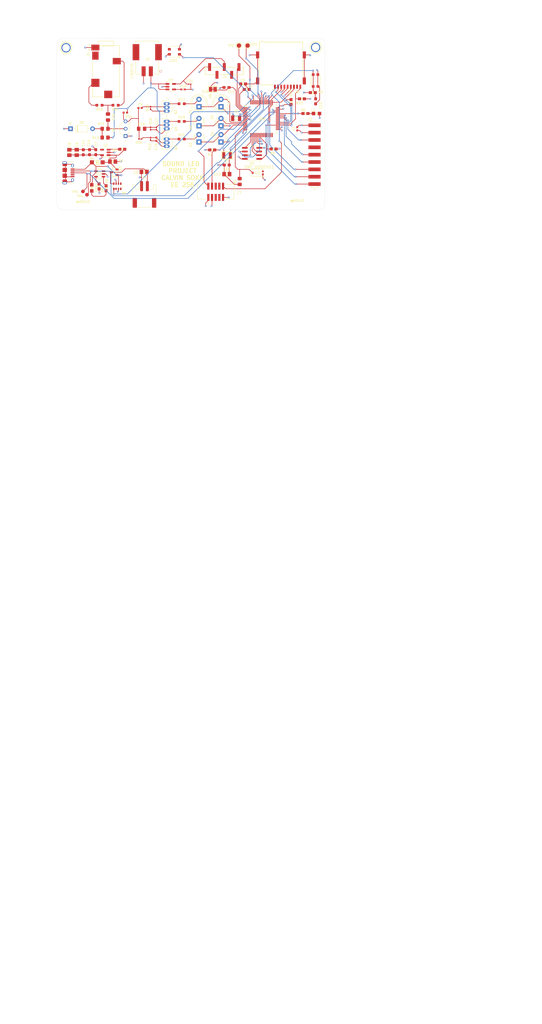
<source format=kicad_pcb>
(kicad_pcb (version 20240108) (generator "pcbnew") (generator_version "8.0")
  (layers (0 "F.Cu" signal) (1 "In1.Cu" power) (2 "In2.Cu" power) (31 "B.Cu" signal) (34 "B.Paste" user) (35 "F.Paste" user) (36 "B.SilkS" user "B.Silkscreen") (37 "F.SilkS" user "F.Silkscreen") (38 "B.Mask" user) (39 "F.Mask" user) (44 "Edge.Cuts" user))
  (net 0 "")
  (net 1 "GND")
  (net 2 "+3.3V")
  (net 3 "Net-(U$1A-PA01{slash}EINT1{slash}SERCOM1.1)")
  (net 4 "VBAT")
  (net 5 "Net-(U$1A-PA00{slash}EINT0{slash}SERCOM1.0)")
  (net 6 "/Vin")
  (net 7 "Net-(Q2-B)")
  (net 8 "Net-(Q1-C)")
  (net 9 "/~{RESET}")
  (net 10 "Net-(L2-1)")
  (net 11 "/AREF")
  (net 12 "Net-(Q4-B)")
  (net 13 "+9V")
  (net 14 "Net-(U4-BP)")
  (net 15 "Net-(Q5-B)")
  (net 16 "Net-(Q1-B)")
  (net 17 "Net-(C20-Pad1)")
  (net 18 "+5V")
  (net 19 "VBUS")
  (net 20 "Net-(CHG1-PadC)")
  (net 21 "/A3")
  (net 22 "Net-(D1-A)")
  (net 23 "/A4")
  (net 24 "Net-(D2-A)")
  (net 25 "/A2")
  (net 26 "Net-(D3-A)")
  (net 27 "/A5")
  (net 28 "Net-(D9-A)")
  (net 30 "Net-(J1-Pad3)")
  (net 31 "/D10")
  (net 32 "/MISO")
  (net 33 "/SCK")
  (net 34 "/D12")
  (net 35 "/MOSI")
  (net 37 "/D11")
  (net 38 "/AUDIO")
  (net 39 "/A0")
  (net 40 "/GATE")
  (net 42 "/D9")
  (net 43 "/D6")
  (net 45 "Net-(L1-PadA)")
  (net 46 "Net-(L2-2)")
  (net 48 "/D8_NEOPIX")
  (net 49 "Net-(Q2-E)")
  (net 50 "Net-(Q4-E)")
  (net 51 "Net-(Q5-E)")
  (net 52 "Net-(U3-STAT)")
  (net 53 "/EN")
  (net 54 "/QSPI_CS")
  (net 55 "/D13")
  (net 56 "/SWCLK")
  (net 57 "Net-(U3-PROG)")
  (net 59 "/V_DIV")
  (net 61 "/SWDIO")
  (net 62 "/D+")
  (net 63 "/D-")
  (net 64 "/SCL")
  (net 65 "/SDA")
  (net 66 "/D5")
  (net 67 "/QSPI_DATA[0]")
  (net 68 "/TX_D1")
  (net 74 "/QSPI_SCK")
  (net 75 "/D4")
  (net 80 "/QSPI_DATA[2]")
  (net 84 "/QSPI_DATA[1]")
  (net 85 "/RX_D0")
  (net 87 "/A1")
  (net 88 "/QSPI_DATA[3]")
  (net 92 "Net-(J1-Pad2)")
  (net 96 "/SWO")
  (net 97 "/KEY")
  (footprint "feather:0603-NO" (layer "F.Cu") (at 159.952 45.261)
    (property "Reference" "C2")
    (property "Value" "22pF")
  )
  (footprint "feather:XTAL3215" (layer "F.Cu") (at 157.537 57.15)
    (property "Reference" "X2")
    (property "Value" "32.768 kHz")
  )
  (footprint "feather:MOUNTINGHOLE_2.5_PLATED" (layer "F.Cu") (at 98.679 32.766)
    (property "Reference" "P$1" (hide yes))
    (property "Value" "MountingHole" (hide yes))
  )
  (footprint "Capacitor_SMD:C_0603_1608Metric_Pad1.08x0.95mm_HandSolder" (layer "F.Cu") (at 154.2785 73.279 180)
    (property "Reference" "C15")
    (property "Value" "1uF")
  )
  (footprint "LED_THT:LED_D3.0mm" (layer "F.Cu") (at 152.293 65.327 90)
    (property "Reference" "D6")
    (property "Value" "RED_LED")
  )
  (footprint "feather:0805-NO" (layer "F.Cu") (at 154.318 76.454 180)
    (property "Reference" "C13")
    (property "Value" "10µF")
  )
  (footprint "feather:MOUNTINGHOLE_2.5_PLATED" (layer "F.Cu") (at 185.039 32.639)
    (property "Reference" "P$2" (hide yes))
    (property "Value" "MountingHole" (hide yes))
  )
  (footprint "LED_THT:LED_D3.0mm" (layer "F.Cu") (at 144.673 65.327 90)
    (property "Reference" "D3")
    (property "Value" "RED_LED")
  )
  (footprint "Resistor_SMD:R_0603_1608Metric_Pad0.98x0.95mm_HandSolder" (layer "F.Cu") (at 138.6805 52.119)
    (property "Reference" "R17")
    (property "Value" "100")
  )
  (footprint "Capacitor_SMD:C_0402_1005Metric_Pad0.74x0.62mm_HandSolder" (layer "F.Cu") (at 139.1525 47.166)
    (property "Reference" "C18")
    (property "Value" "470p")
  )
  (footprint "Resistor_SMD:R_Array_Convex_4x0603" (layer "F.Cu") (at 116.402 80.639 90)
    (property "Reference" "R9")
    (property "Value" "100K")
  )
  (footprint "Connector_JST:JST_PH_S2B-PH-SM4-TB_1x02-1MP_P2.00mm_Horizontal" (layer "F.Cu") (at 125.809 83.46)
    (property "Reference" "X1")
    (property "Value" "JSTPH")
  )
  (footprint "feather:MountingHole_2.5mm" (layer "F.Cu") (at 98.679 85.471)
    (property "Reference" "@HOLE2")
    (property "Value" "MountingHole")
  )
  (footprint "Capacitor_SMD:C_0201_0603Metric" (layer "F.Cu") (at 141.514 45.339)
    (property "Reference" "C21")
    (property "Value" "2.2u")
  )
  (footprint "feather:TESTPOINT_ROUND_1.5MM" (layer "F.Cu") (at 161.5 32)
    (property "Reference" "TP1")
    (property "Value" "TESTPOINTROUND1.5MM")
  )
  (footprint "test:GCT_MEM2075-00-140-01-A" (layer "F.Cu") (at 173.522 34.808 180)
    (property "Reference" "J6")
    (property "Value" "MEM2075-00-140-01-A")
  )
  (footprint "feather:TESTPOINT_ROUND_1.5MM" (layer "F.Cu") (at 158.5 32)
    (property "Reference" "TP2")
    (property "Value" "TESTPOINTROUND1.5MM")
  )
  (footprint "Resistor_SMD:R_0603_1608Metric_Pad0.98x0.95mm_HandSolder" (layer "F.Cu") (at 110.2325 52.627 180)
    (property "Reference" "R10")
    (property "Value" "100")
  )
  (footprint "feather:0603-NO" (layer "F.Cu") (at 112.522 81.319 90)
    (property "Reference" "R2")
    (property "Value" "1K")
  )
  (footprint "LED_THT:LED_D5.0mm" (layer "F.Cu") (at 152.293 53.135 90)
    (property "Reference" "D8")
    (property "Value" "BLUE_LED")
  )
  (footprint "feather:0603-NO" (layer "F.Cu") (at 170.493 67.74 180)
    (property "Reference" "R5")
    (property "Value" "10K")
  )
  (footprint "Capacitor_SMD:C_0201_0603Metric_Pad0.64x0.40mm_HandSolder" (layer "F.Cu") (at 127.909 60.6795 90)
    (property "Reference" "R16")
    (property "Value" "2.2k")
  )
  (footprint "LED_THT:LED_D5.0mm" (layer "F.Cu") (at 144.673 53.135 90)
    (property "Reference" "D1")
    (property "Value" "BLUE_LED")
  )
  (footprint "Capacitor_SMD:C_0201_0603Metric_Pad0.64x0.40mm_HandSolder" (layer "F.Cu") (at 127.909 53.5675 90)
    (property "Reference" "R15")
    (property "Value" "2.2k")
  )
  (footprint "feather:B1,27_385" (layer "F.Cu") (at 105.918 83.566)
    (property "Reference" "TP4")
    (property "Value" "~")
  )
  (footprint "Resistor_SMD:R_0805_2012Metric_Pad1.20x1.40mm_HandSolder" (layer "F.Cu") (at 158.75 78.994 90)
    (property "Reference" "R1")
    (property "Value" "10k")
  )
  (footprint "feather:0603-NO" (layer "F.Cu") (at 180.301 50.419)
    (property "Reference" "R23")
    (property "Value" "10K")
  )
  (footprint "Capacitor_SMD:C_0603_1608Metric_Pad1.08x0.95mm_HandSolder" (layer "F.Cu") (at 104.648 68.887 90)
    (property "Reference" "C11")
    (property "Value" "1uF")
  )
  (footprint "Diode_THT:D_DO-35_SOD27_P7.62mm_Horizontal" (layer "F.Cu") (at 100.223 60.755)
    (property "Reference" "D9")
    (property "Value" "1N4148")
  )
  (footprint "feather:0805-NO" (layer "F.Cu") (at 99.822 68.961 90)
    (property "Reference" "C8")
    (property "Value" "10µF")
  )
  (footprint "feather:LED3535" (layer "F.Cu") (at 136.172 34.149 180)
    (property "Reference" "LED1")
    (property "Value" "WS2812B3535")
  )
  (footprint "Resistor_SMD:R_0805_2012Metric_Pad1.20x1.40mm_HandSolder" (layer "F.Cu") (at 112.177 60.755 180)
    (property "Reference" "R11")
    (property "Value" "10k")
  )
  (footprint "Resistor_SMD:R_0603_1608Metric_Pad0.98x0.95mm_HandSolder" (layer "F.Cu") (at 138.6805 64.311)
    (property "Reference" "R21")
    (property "Value" "100")
  )
  (footprint "Capacitor_SMD:C_0201_0603Metric_Pad0.64x0.40mm_HandSolder" (layer "F.Cu") (at 124.353 64.311 180)
    (property "Reference" "R20")
    (property "Value" "2.2k")
  )
  (footprint "feather:BTN_KMR2_4.6X2.8" (layer "F.Cu") (at 185.001 44.087 90)
    (property "Reference" "SW1" (hide yes))
    (property "Value" "KMR2" (hide yes))
  )
  (footprint "LED_THT:LED_D3.0mm" (layer "F.Cu") (at 152.293 59.739 90)
    (property "Reference" "D5")
    (property "Value" "GREEN_LED")
  )
  (footprint "Resistor_SMD:R_0603_1608Metric_Pad0.98x0.95mm_HandSolder" (layer "F.Cu") (at 138.6805 58.215)
    (property "Reference" "R19")
    (property "Value" "100")
  )
  (footprint "Capacitor_SMD:C_0805_2012Metric_Pad1.18x1.45mm_HandSolder" (layer "F.Cu") (at 124.8395 60.755)
    (property "Reference" "C16")
    (property "Value" "0.47u")
  )
  (footprint "feather:0603-NO" (layer "F.Cu") (at 176.53 51.523 90)
    (property "Reference" "R22")
    (property "Value" "10K")
  )
  (footprint "test:TO92127P470H495-3" (layer "F.Cu") (at 133.497 59.485 -90)
    (property "Reference" "Q4")
    (property "Value" "2N3906-G")
  )
  (footprint "Package_TO_SOT_SMD:SOT-23-5" (layer "F.Cu") (at 134.8995 46.211)
    (property "Reference" "U4")
    (property "Value" "MIC5219-5.0YM5")
  )
  (footprint "feather:0603-NO" (layer "F.Cu") (at 181.522 55.499)
    (property "Reference" "R6")
    (property "Value" "2.2K")
  )
  (footprint "feather:MountingHole_2.5mm" (layer "F.Cu") (at 185.039 85.471)
    (property "Reference" "@HOLE1")
    (property "Value" "MountingHole")
  )
  (footprint "test:TO92127P470H495-3" (layer "F.Cu") (at 133.497 65.581 -90)
    (property "Reference" "Q5")
    (property "Value" "2N3906-G")
  )
  (footprint "feather:0603-NO" (layer "F.Cu") (at 161.202 47.166)
    (property "Reference" "C4")
    (property "Value" "22pF")
  )
  (footprint "Capacitor_SMD:C_0402_1005Metric_Pad0.74x0.62mm_HandSolder" (layer "F.Cu") (at 129.941 64.3705 90)
    (property "Reference" "C19")
    (property "Value" "1u")
  )
  (footprint "Resistor_SMD:R_0402_1005Metric_Pad0.72x0.64mm_HandSolder" (layer "F.Cu") (at 119.1835 55.167 180)
    (property "Reference" "R14")
    (property "Value" "1k")
  )
  (footprint "LED_THT:LED_D3.0mm" (layer "F.Cu") (at 144.673 59.739 90)
    (property "Reference" "D2")
    (property "Value" "GREEN_LED")
  )
  (footprint "feather:0603-NO" (layer "F.Cu") (at 118.1345 67.838 180)
    (property "Reference" "R3")
    (property "Value" "10K")
  )
  (footprint "feather:0603-NO" (layer "F.Cu") (at 184.062 48.26)
    (property "Reference" "R4")
    (property "Value" "10K")
  )
  (footprint "Package_TO_SOT_SMD:SOT-23-5" (layer "F.Cu") (at 112.2625 68.936 180)
    (property "Reference" "U2")
    (property "Value" "AP2112-3.3")
  )
  (footprint "feather:CHIPLED_0805_NOOUTLINE" (layer "F.Cu") (at 107.569 81.192 180)
    (property "Reference" "CHG1")
    (property "Value" "ORANGE")
  )
  (footprint "Capacitor_SMD:C_0402_1005Metric_Pad0.74x0.62mm_HandSolder" (layer "F.Cu") (at 124.2935 53.5675)
    (property "Reference" "C9")
    (property "Value" "0.047u")
  )
  (footprint "feather:SOLDERJUMPER_CLOSEDWIRE" (layer "F.Cu") (at 149.479 47.117 180)
    (property "Reference" "SJ1")
    (property "Value" "SOLDERJUMPERCLOSED")
  )
  (footprint "test:TEMT6000X01" (layer "F.Cu") (at 165 75.999999 180)
    (property "Reference" "U5")
    (property "Value" "SMT_6000X01")
  )
  (footprint "Capacitor_SMD:C_0603_1608Metric_Pad1.08x0.95mm_HandSolder" (layer "F.Cu") (at 106.807 68.8605 90)
    (property "Reference" "C10")
    (property "Value" "1uF")
  )
  (footprint "feather:0805-NO" (layer "F.Cu") (at 114.8055 72.103)
    (property "Reference" "C6")
    (property "Value" "10µF")
  )
  (footprint "feather:CHIPLED_0805_NOOUTLINE" (layer "F.Cu") (at 185.3395 55.499 -90)
    (property "Reference" "L1")
    (property "Value" "RED")
  )
  (footprint "Capacitor_SMD:C_0603_1608Metric_Pad1.08x0.95mm_HandSolder" (layer "F.Cu") (at 185.039 51.2815 -90)
    (property "Reference" "C12")
    (property "Value" "1uF")
  )
  (footprint "Resistor_SMD:R_0805_2012Metric_Pad1.20x1.40mm_HandSolder" (layer "F.Cu") (at 112.177 63.803)
    (property "Reference" "R13")
    (property "Value" "10k")
  )
  (footprint "feather:SOT23-R" (layer "F.Cu") (at 115.316 75.802 90)
    (property "Reference" "Q3")
    (property "Value" "DMP2070UQ-7")
  )
  (footprint "feather:0805-NO" (layer "F.Cu") (at 125.698 75.657 180)
    (property "Reference" "C3")
    (property "Value" "10µF")
  )
  (footprint "feather:B1,27_385" (layer "F.Cu") (at 104.521 82.423)
    (property "Reference" "TP3")
    (property "Value" "~")
  )
  (footprint "feather:SOD-123" (layer "F.Cu") (at 109.474 72.373 180)
    (property "Reference" "D4")
    (property "Value" "MBR120")
  )
  (footprint "Resistor_SMD:R_0603_1608Metric_Pad0.98x0.95mm_HandSolder" (layer "F.Cu") (at 115.8205 52.627 180)
    (property "Reference" "R24")
    (property "Value" "100")
  )
  (footprint "Capacitor_SMD:C_0805_2012Metric_Pad1.18x1.45mm_HandSolder" (layer "F.Cu") (at 113.177 56.7125 -90)
    (property "Reference" "C20")
    (property "Value" "10u")
  )
  (footprint "test:GCT_BG125-05-A-1-1-0440-N-D-TOP" (layer "F.Cu") (at 153.436 40.769 180)
    (property "Reference" "J4")
    (property "Value" "Conn_01x05")
  )
  (footprint "test:TO92254P470H750-3" (layer "F.Cu") (at 116.943 60.755 90)
    (property "Reference" "Q1")
    (property "Value" "2N2222A")
  )
  (footprint "feather:0805-NO" (layer "F.Cu") (at 102.362 68.948 90)
    (property "Reference" "C5")
    (property "Value" "10µF")
  )
  (footprint "test:AMPHENOL_91601-309LF" (layer "F.Cu") (at 184.658 69.723 -90)
    (property "Reference" "J2")
    (property "Value" "91601-309LF")
  )
  (footprint "Capacitor_SMD:C_0603_1608Metric_Pad1.08x0.95mm_HandSolder" (layer "F.Cu") (at 108.966 68.8605 90)
    (property "Reference" "C7")
    (property "Value" "1uF")
  )
  (footprint "test:TO92127P470H495-3" (layer "F.Cu") (at 133.497 53.389 -90)
    (property "Reference" "Q2")
    (property "Value" "2N3906-G")
  )
  (footprint "test:SJ-43515TS-SMT_CUD" (layer "F.Cu") (at 112.525 40.8373)
    (property "Reference" "J1")
    (property "Value" "SJ-43515TS-SMT")
  )
  (footprint "feather:0603-NO" (layer "F.Cu") (at 110.109 80.684 -90)
    (property "Reference" "R8")
    (property "Value" "10K")
  )
  (footprint "feather:0603-NO" (layer "F.Cu") (at 149.264 68.072)
    (property "Reference" "R7")
    (property "Value" "10K")
  )
  (footprint "feather:INDUCTOR_1007" (layer "F.Cu") (at 154.379 69.977 180)
    (property "Reference" "L2")
    (property "Value" "10uH")
  )
  (footprint "Capacitor_SMD:C_0402_1005Metric_Pad0.74x0.62mm_HandSolder" (layer "F.Cu") (at 178.689 60.7735 90)
    (property "Reference" "C1")
    (property "Value" "0.1u")
  )
  (footprint "Capacitor_SMD:C_0201_0603Metric_Pad0.64x0.40mm_HandSolder" (layer "F.Cu") (at 127.909 64.2355 90)
    (property "Reference" "R12")
    (property "Value" "2.2k")
  )
  (footprint "feather:SOT23-5" (layer "F.Cu") (at 110.3329 76.371 90)
    (property "Reference" "U3")
    (property "Value" "MCP73831T-2ACI/OT")
  )
  (footprint "test:AMPHENOL_20021521-00010T4LF" (layer "F.Cu") (at 150.46 82.55)
    (property "Reference" "J7")
    (property "Value" "Conn_02x05_Odd_Even")
  )
  (footprint "Package_SO:SOIC-8_3.9x4.9mm_P1.27mm" (layer "F.Cu") (at 163.026 69.264 180)
    (property "Reference" "U1")
    (property "Value" "2MB Flash")
  )
  (footprint "Capacitor_SMD:C_0603_1608Metric_Pad1.08x0.95mm_HandSolder" (layer "F.Cu") (at 154.2045 46.482 180)
    (property "Reference" "C14")
    (property "Value" "1uF")
  )
  (footprint "Connector_USB:USB_Micro-B_Amphenol_10118194_Horizontal" (layer "F.Cu") (at 99.53 76 -90)
    (property "Reference" "X3" (hide yes))
    (property "Value" "microUSB 2.0 B")
  )
  (footprint "test:1702473" (layer "F.Cu") (at 126.766 36.1687 180)
    (property "Reference" "J3")
    (property "Value" "1702473")
  )
  (footprint "Capacitor_SMD:C_0201_0603Metric_Pad0.64x0.40mm_HandSolder" (layer "F.Cu") (at 129.941 60.6795 90)
    (property "Reference" "C17")
    (property "Value" "0.01u")
  )
  (footprint "Package_QFP:TQFP-64_10x10mm_P0.5mm" (layer "F.Cu") (at 166.323 57.2735)
    (property "Reference" "U$1")
    (property "Value" "ATSAMD51J19A-AUT")
  )
  (gr_arc (start 95.504 31.464) (mid 96.089786 30.049786) (end 97.504 29.464) (stroke (width 0.05)) (layer "Edge.Cuts"))
  (gr_line (start 97.504 29.464) (end 186.214 29.464) (stroke (width 0.05)) (layer "Edge.Cuts"))
  (gr_arc (start 97.504 88.773) (mid 96.089786 88.187214) (end 95.504 86.773) (stroke (width 0.05)) (layer "Edge.Cuts"))
  (gr_line (start 186.214 88.773) (end 97.504 88.773) (stroke (width 0.05)) (layer "Edge.Cuts"))
  (gr_arc (start 188.214 86.773) (mid 187.628214 88.187214) (end 186.214 88.773) (stroke (width 0.05)) (layer "Edge.Cuts"))
  (gr_line (start 95.504 86.773) (end 95.504 31.464) (stroke (width 0.05)) (layer "Edge.Cuts"))
  (gr_arc (start 186.214 29.464) (mid 187.628214 30.049786) (end 188.214 31.464) (stroke (width 0.05)) (layer "Edge.Cuts"))
  (gr_line (start 188.214 31.464) (end 188.214 86.773) (stroke (width 0.05)) (layer "Edge.Cuts"))
  (gr_text "SOUND LED \nPROJECT\nCALVIN SOKK\nEE 256" (at 139 81 0) (layer "F.SilkS") (effects (font (size 1.5 1.5) (thickness 0.3) (bold yes)) (justify bottom)))
  (segment (start 153.416 73.279) (end 153.416 76.406) (width 0.2) (layer "F.Cu") (net 1))
  (segment (start 161.09 45.261) (end 163.939 45.261) (width 0.2) (layer "F.Cu") (net 1))
  (segment (start 98.8 77.371) (end 98.5 77.071) (width 0.2) (layer "F.Cu") (net 1))
  (segment (start 146.578 39.419) (end 144.8 41.197) (width 0.2) (layer "F.Cu") (net 1))
  (segment (start 124.809 77.562) (end 124.174 77.562) (width 0.2) (layer "F.Cu") (net 1))
  (segment (start 167.573 51.611) (end 167.573 49.769405) (width 0.2) (layer "F.Cu") (net 1))
  (segment (start 124.809 80.61) (end 124.809 77.562) (width 0.2) (layer "F.Cu") (net 1))
  (segment (start 173.355 61.341) (end 173.0375 61.0235) (width 0.2) (layer "F.Cu") (net 1))
  (segment (start 152.357 53.135) (end 152.293 53.135) (width 0.2) (layer "F.Cu") (net 1))
  (segment (start 141.834 47.141) (end 141.859 47.166) (width 0.2) (layer "F.Cu") (net 1))
  (segment (start 149 87.5) (end 149.19 87.31) (width 0.2) (layer "F.Cu") (net 1))
  (segment (start 125.496 45.134) (end 125.496 40.914) (width 0.2) (layer "F.Cu") (net 1))
  (segment (start 179.451 61.341) (end 180.213 62.103) (width 0.2) (layer "F.Cu") (net 1))
  (segment (start 100.675 73.046) (end 101.2 73.571) (width 0.2) (layer "F.Cu") (net 1))
  (segment (start 110.109 82.97) (end 110.236 83.097) (width 0.2) (layer "F.Cu") (net 1))
  (segment (start 102.284 67.92) (end 102.362 67.998) (width 0.2) (layer "F.Cu") (net 1))
  (segment (start 141.834 45.339) (end 141.834 47.141) (width 0.2) (layer "F.Cu") (net 1))
  (segment (start 100.675 79.096) (end 101.2 78.571) (width 0.2) (layer "F.Cu") (net 1))
  (segment (start 160.802 45.916) (end 160.802 45.261) (width 0.2) (layer "F.Cu") (net 1))
  (segment (start 115.7555 72.103) (end 117.6655 72.103) (width 0.2) (layer "F.Cu") (net 1))
  (segment (start 116.802 81.539) (end 116.802 82.334) (width 0.2) (layer "F.Cu") (net 1))
  (segment (start 98.5 73.046) (end 98.5 72.571) (width 0.2) (layer "F.Cu") (net 1))
  (segment (start 142.416 47.166) (end 142.494 47.244) (width 0.2) (layer "F.Cu") (net 1))
  (segment (start 117.6655 72.103) (end 117.729 72.0395) (width 0.2) (layer "F.Cu") (net 1))
  (segment (start 108.966 67.945) (end 108.966 67.998) (width 0.2) (layer "F.Cu") (net 1))
  (segment (start 154.686 55.464) (end 152.357 53.135) (width 0.2) (layer "F.Cu") (net 1))
  (segment (start 101.2 77.371) (end 98.8 77.371) (width 0.2) (layer "F.Cu") (net 1))
  (segment (start 111.633 76.371) (end 112.433 76.371) (width 0.2) (layer "F.Cu") (net 1))
  (segment (start 153.416 76.406) (end 153.368 76.454) (width 0.2) (layer "F.Cu") (net 1))
  (segment (start 100.223 60.755) (end 97.937 60.755) (width 0.2) (layer "F.Cu") (net 1))
  (segment (start 134.422 35.024) (end 133.914 35.024) (width 0.2) (layer "F.Cu") (net 1))
  (segment (start 141.859 47.166) (end 142.416 47.166) (width 0.2) (layer "F.Cu") (net 1))
  (segment (start 148.356 39.419) (end 146.578 39.419) (width 0.2) (layer "F.Cu") (net 1))
  (segment (start 113.4 68.936) (end 115.3345 68.936) (width 0.2) (layer "F.Cu") (net 1))
  (segment (start 112.903 76.841) (end 112.903 77.199) (width 0.2) (layer "F.Cu") (net 1))
  (segment (start 185.801 46.137) (end 186.345 46.137) (width 0.2) (layer "F.Cu") (net 1))
  (segment (start 102.362 67.937) (end 108.905 67.937) (width 0.2) (layer "F.Cu") (net 1))
  (segment (start 181.122 35.228) (end 183.027 35.228) (width 0.2) (layer "F.Cu") (net 1))
  (segment (start 133.762 46.211) (end 132.039 46.211) (width 0.2) (layer "F.Cu") (net 1))
  (segment (start 176.442 46.228) (end 176.442 47.147) (width 0.2) (layer "F.Cu") (net 1))
  (segment (start 162.253971 56.20897) (end 161.939441 56.5235) (width 0.2) (layer "F.Cu") (net 1))
  (segment (start 167.573 49.769405) (end 167.990402 49.352003) (width 0.2) (layer "F.Cu") (net 1))
  (segment (start 155.087 65.073) (end 154.833 65.327) (width 0.2) (layer "F.Cu") (net 1))
  (segment (start 164.972 35.228) (end 162.326 35.228) (width 0.2) (layer "F.Cu") (net 1))
  (segment (start 171.9855 54.0235) (end 173.6875 54.0235) (width 0.2) (layer "F.Cu") (net 1))
  (segment (start 184.658 62.103) (end 180.213 62.103) (width 0.2) (layer "F.Cu") (net 1))
  (segment (start 165.073 65.104785) (end 165.073 62.936) (width 0.2) (layer "F.Cu") (net 1))
  (segment (start 98.5 79.096) (end 100.675 79.096) (width 0.2) (layer "F.Cu") (net 1))
  (segment (start 158.75 79.994) (end 156.908 79.994) (width 0.2) (layer "F.Cu") (net 1))
  (segment (start 125.496 40.914) (end 125.516 40.894) (width 0.2) (layer "F.Cu") (net 1))
  (segment (start 156.908 79.994) (end 153.368 76.454) (width 0.2) (layer "F.Cu") (net 1))
  (segment (start 98.5 79.096) (end 98.5 77.071) (width 0.2) (layer "F.Cu") (net 1))
  (segment (start 186.3895 56.9765) (end 186.436 57.023) (width 0.2) (layer "F.Cu") (net 1))
  (segment (start 183.027 35.228) (end 183.154 35.355) (width 0.2) (layer "F.Cu") (net 1))
  (segment (start 133.914 35.024) (end 133.152 35.786) (width 0.2) (layer "F.Cu") (net 1))
  (segment (start 107.823 66.802) (end 108.966 67.945) (width 0.2) (layer "F.Cu") (net 1))
  (segment (start 165.07347 65.105255) (end 165.073 65.104785) (width 0.2) (layer "F.Cu") (net 1))
  (segment (start 163.939 45.261) (end 164.972 44.228) (width 0.2) (layer "F.Cu") (net 1))
  (segment (start 186.436 46.228) (end 186.436 50.747) (width 0.2) (layer "F.Cu") (net 1))
  (segment (start 176.442 47.147) (end 174.264 49.325) (width 0.2) (layer "F.Cu") (net 1))
  (segment (start 162.052 47.166) (end 160.802 45.916) (width 0.2) (layer "F.Cu") (net 1))
  (segment (start 164.972 35.228) (end 164.972 44.228) (width 0.2) (layer "F.Cu") (net 1))
  (segment (start 98.5 75.071) (end 98.5 73.046) (width 0.2) (layer "F.Cu") (net 1))
  (segment (start 116.802 82.334) (end 116.586 82.55) (width 0.2) (layer "F.Cu") (net 1))
  (segment (start 116.002 78.647) (end 115.697 78.342) (width 0.2) (layer "F.Cu") (net 1))
  (segment (start 155.341 59.739) (end 152.293 59.739) (width 0.2) (layer "F.Cu") (net 1))
  (segment (start 178.689 61.341) (end 179.451 61.341) (width 0.2) (layer "F.Cu") (net 1))
  (segment (start 165.501 67.359) (end 167.259 67.359) (width 0.2) (layer "F.Cu") (net 1))
  (segment (start 149.19 84.5) (end 149.19 87.31) (width 0.2) (layer "F.Cu") (net 1))
  (segment (start 173.6875 54.0235) (end 173.863 53.848) (width 0.2) (layer "F.Cu") (net 1))
  (segment (start 110.109 81.534) (end 110.109 82.97) (width 0.2) (layer "F.Cu") (net 1))
  (segment (start 186.345 46.137) (end 186.436 46.228) (width 0.2) (layer "F.Cu") (net 1))
  (segment (start 98.5 79.096) (end 98.5 79.571) (width 0.2) (layer "F.Cu") (net 1))
  (segment (start 124.809 77.562) (end 124.748 77.501) (width 0.2) (layer "F.Cu") (net 1))
  (segment (start 124.748 77.501) (end 124.748 75.657) (width 0.2) (layer "F.Cu") (net 1))
  (segment (start 98.5 73.046) (end 100.675 73.046) (width 0.2) (layer "F.Cu") (net 1))
  (segment (start 104.14 68.051) (end 104.1135 68.0245) (width 0.2) (layer "F.Cu") (net 1))
  (segment (start 186.436 50.747) (end 185.039 52.144) (width 0.2) (layer "F.Cu") (net 1))
  (segment (start 112.433 76.371) (end 112.903 76.841) (width 0.2) (layer "F.Cu") (net 1))
  (segment (start 166.273 65.105255) (end 165.07347 65.105255) (width 0.2) (layer "F.Cu") (net 1))
  (segment (start 116.002 79.739) (end 116.002 78.647) (width 0.2) (layer "F.Cu") (net 1))
  (segment (start 185.801 42.037) (end 185.801 46.137) (width 0.2) (layer "F.Cu") (net 1))
  (segment (start 106.606 67.691) (end 106.299 67.998) (width 0.2) (layer "F.Cu") (net 1))
  (segment (start 112.903 77.199) (end 113.03 77.326) (width 0.2) (layer "F.Cu") (net 1))
  (segment (start 139.72 47.166) (end 141.859 47.166) (width 0.2) (layer "F.Cu") (net 1))
  (segment (start 153.059 46.482) (end 152.215 46.482) (width 0.2) (layer "F.Cu") (net 1))
  (segment (start 108.905 67.937) (end 108.966 67.998) (width 0.2) (layer "F.Cu") (net 1))
  (segment (start 186.3895 55.499) (end 186.3895 56.9765) (width 0.2) (layer "F.Cu") (net 1))
  (segment (start 100.203 67.92) (end 102.284 67.92) (width 0.2) (layer "F.Cu") (net 1))
  (segment (start 152.215 46.482) (end 151.912 46.785) (width 0.2) (layer "F.Cu") (net 1))
  (segment (start 132.039 46.211) (end 131.973 46.277) (width 0.2) (layer "F.Cu") (net 1))
  (segment (start 173.0375 61.0235) (end 171.9855 61.0235) (width 0.2) (layer "F.Cu") (net 1))
  (segment (start 98.5 77.071) (end 98.5 75.071) (width 0.2) (layer "F.Cu") (net 1))
  (segment (start 115.3345 68.936) (end 115.3795 68.981) (width 0.2) (layer "F.Cu") (net 1))
  (segment (start 119.273 63.295) (end 121.305 63.295) (width 0.2) (layer "F.Cu") (net 1))
  (segment (start 153 84.5) (end 155 84.5) (width 0.2) (layer "F.Cu") (net 1))
  (segment (start 154.833 65.327) (end 152.293 65.327) (width 0.2) (layer "F.Cu") (net 1))
  (segment (start 185.801 42.037) (end 185.801 40.767) (width 0.2) (layer "F.Cu") (net 1))
  (segment (start 153.416 73.279) (end 151.257 73.279) (width 0.2) (layer "F.Cu") (net 1))
  (segment (start 161.939441 56.5235) (end 160.6605 56.5235) (width 0.2) (layer "F.Cu") (net 1))
  (segment (start 105.303 32.686999) (end 108.825 32.686999) (width 0.2) (layer "F.Cu") (net 1))
  (segment (start 162.326 35.228) (end 162.199 35.355) (width 0.2) (layer "F.Cu") (net 1))
  (segment (start 185.801 40.767) (end 185.547 40.513) (width 0.2) (layer "F.Cu") (net 1))
  (segment (start 181.122 35.228) (end 181.122 44.228) (width 0.2) (layer "F.Cu") (net 1))
  (via (at 97.937 60.755) (size 0.6) (drill 0.3) (layers "F.Cu" "B.Cu") (net 1))
  (via (at 115.3795 68.981) (size 0.6) (drill 0.3) (layers "F.Cu" "B.Cu") (net 1))
  (via (at 155.087 65.073) (size 0.6) (drill 0.3) (layers "F.Cu" "B.Cu") (net 1))
  (via (at 133.152 35.786) (size 0.6) (drill 0.3) (layers "F.Cu" "B.Cu") (net 1))
  (via (at 167.990402 49.352003) (size 0.6) (drill 0.3) (layers "F.Cu" "B.Cu") (net 1))
  (via (at 116.586 82.55) (size 0.6) (drill 0.3) (layers "F.Cu" "B.Cu") (net 1))
  (via (at 167.259 67.359) (size 0.6) (drill 0.3) (layers "F.Cu" "B.Cu") (net 1))
  (via (at 149 87.5) (size 0.6) (drill 0.3) (layers "F.Cu" "B.Cu") (net 1))
  (via (at 162.199 35.355) (size 0.6) (drill 0.3) (layers "F.Cu" "B.Cu") (net 1))
  (via (at 142.494 47.244) (size 0.6) (drill 0.3) (layers "F.Cu" "B.Cu") (net 1))
  (via (at 115.697 78.342) (size 0.6) (drill 0.3) (layers "F.Cu" "B.Cu") (net 1))
  (via (at 131.973 46.277) (size 0.6) (drill 0.3) (layers "F.Cu" "B.Cu") (net 1))
  (via (at 144.8 41.197) (size 0.6) (drill 0.3) (layers "F.Cu" "B.Cu") (net 1))
  (via (at 166.273 65.105255) (size 0.6) (drill 0.3) (layers "F.Cu" "B.Cu") (net 1))
  (via (at 186.436 57.023) (size 0.6) (drill 0.3) (layers "F.Cu" "B.Cu") (net 1))
  (via (at 155.341 59.739) (size 0.6) (drill 0.3) (layers "F.Cu" "B.Cu") (net 1))
  (via (at 151.257 73.279) (size 0.6) (drill 0.3) (layers "F.Cu" "B.Cu") (net 1))
  (via (at 162.253971 56.20897) (size 0.6) (drill 0.3) (layers "F.Cu" "B.Cu") (net 1))
  (via (at 174.264 49.325) (size 0.6) (drill 0.3) (layers "F.Cu" "B.Cu") (net 1))
  (via (at 121.305 63.295) (size 0.6) (drill 0.3) (layers "F.Cu" "B.Cu") (net 1))
  (via (at 154.686 55.464) (size 0.6) (drill 0.3) (layers "F.Cu" "B.Cu") (net 1))
  (via (at 173.863 53.848) (size 0.6) (drill 0.3) (layers "F.Cu" "B.Cu") (net 1))
  (via (at 155 84.5) (size 0.6) (drill 0.3) (layers "F.Cu" "B.Cu") (net 1))
  (via (at 107.823 66.802) (size 0.6) (drill 0.3) (layers "F.Cu" "B.Cu") (net 1))
  (via (at 110.236 83.097) (size 0.6) (drill 0.3) (layers "F.Cu" "B.Cu") (net 1))
  (via (at 183.154 35.355) (size 0.6) (drill 0.3) (layers "F.Cu" "B.Cu") (net 1))
  (via (at 151.912 46.785) (size 0.6) (drill 0.3) (layers "F.Cu" "B.Cu") (net 1))
  (via (at 180.213 62.103) (size 0.6) (drill 0.3) (layers "F.Cu" "B.Cu") (net 1))
  (via (at 125.496 45.134) (size 0.6) (drill 0.3) (layers "F.Cu" "B.Cu") (net 1))
  (via (at 113.03 77.326) (size 0.6) (drill 0.3) (layers "F.Cu" "B.Cu") (net 1))
  (via (at 124.174 77.562) (size 0.6) (drill 0.3) (layers "F.Cu" "B.Cu") (net 1))
  (via (at 105.303 32.686999) (size 0.6) (drill 0.3) (layers "F.Cu" "B.Cu") (net 1))
  (via (at 185.547 40.513) (size 0.6) (drill 0.3) (layers "F.Cu" "B.Cu") (net 1))
  (via (at 117.729 72.0395) (size 0.6) (drill 0.3) (layers "F.Cu" "B.Cu") (net 1))
  (via (at 173.355 61.341) (size 0.6) (drill 0.3) (layers "F.Cu" "B.Cu") (net 1))
  (segment (start 147.92 84.5) (end 147.92 85.08) (width 0.2) (layer "F.Cu") (net 2))
  (segment (start 102.362 69.837) (end 108.852 69.837) (width 0.2) (layer "F.Cu") (net 2))
  (segment (start 159.151 71.169) (end 158.389 70.407) (width 0.2) (layer "F.Cu") (net 2))
  (segment (start 148.717 46.1169) (end 150.0029 44.831) (width 0.2) (layer "F.Cu") (net 2))
  (segment (start 106.553 69.469) (end 106.299 69.723) (width 0.2) (layer "F.Cu") (net 2))
  (segment (start 137.922 32.159) (end 138.486 31.595) (width 0.2) (layer "F.Cu") (net 2))
  (segment (start 147.92 85.5) (end 147 86.42) (width 0.2) (layer "F.Cu") (net 2))
  (segment (start 183.212 48.26) (end 180.975 48.26) (width 0.2) (layer "F.Cu") (net 2))
  (segment (start 160.6605 61.0235) (end 159.893 61.791) (width 0.2) (layer "F.Cu") (net 2))
  (segment (start 184.658 59.563) (end 180.213 59.563) (width 0.2) (layer "F.Cu") (net 2))
  (segment (start 104.14 69.776) (end 104.1135 69.7495) (width 0.2) (layer "F.Cu") (net 2))
  (segment (start 174.322 52.373) (end 176.53 52.373) (width 0.2) (layer "F.Cu") (net 2))
  (segment (start 108.852 69.837) (end 108.966 69.723) (width 0.2) (layer "F.Cu") (net 2))
  (segment (start 179.332 59.563) (end 178.689 60.206) (width 0.2) (layer "F.Cu") (net 2))
  (segment (start 110.871 71.029) (end 110.581 71.029) (width 0.2) (layer "F.Cu") (net 2))
  (segment (start 110.962 69.723) (end 111.125 69.886) (width 0.2) (layer "F.Cu") (net 2))
  (segment (start 111.125 69.886) (end 111.125 70.775) (width 0.2) (layer "F.Cu") (net 2))
  (segment (start 166.37 48.006) (end 166.37 49.917215) (width 0.2) (layer "F.Cu") (net 2))
  (segment (start 173.355 60.198) (end 173.0295 60.5235) (width 0.2) (layer "F.Cu") (net 2))
  (segment (start 100.203 69.82) (end 102.284 69.82) (width 0.2) (layer "F.Cu") (net 2))
  (segment (start 173.609 52.832) (end 173.863 52.832) (width 0.2) (layer "F.Cu") (net 2))
  (segment (start 181.151 50.419) (end 183.183 50.419) (width 0.2) (layer "F.Cu") (net 2))
  (segment (start 102.284 69.82) (end 102.362 69.898) (width 0.2) (layer "F.Cu") (net 2))
  (segment (start 164.573 65.170469) (end 165.364531 65.962) (width 0.2) (layer "F.Cu") (net 2))
  (segment (start 147 86.42) (end 147 87.5) (width 0.2) (layer "F.Cu") (net 2))
  (segment (start 166.243 47.879) (end 166.37 48.006) (width 0.2) (layer "F.Cu") (net 2))
  (segment (start 164.573 62.936) (end 164.573 65.170469) (width 0.2) (layer "F.Cu") (net 2))
  (segment (start 137.922 33.274) (end 137.922 32.159) (width 0.2) (layer "F.Cu") (net 2))
  (segment (start 161.43041 57.0235) (end 160.6605 57.0235) (width 0.2) (layer "F.Cu") (net 2))
  (segment (start 108.585 69.723) (end 110.962 69.723) (width 0.2) (layer "F.Cu") (net 2))
  (segment (start 174.242 46.228) (end 174.242 47.061) (width 0.2) (layer "F.Cu") (net 2))
  (segment (start 173.609 52.832) (end 172.677 52.832) (width 0.2) (layer "F.Cu") (net 2))
  (segment (start 180.213 59.563) (end 179.332 59.563) (width 0.2) (layer "F.Cu") (net 2))
  (segment (start 148.717 47.117) (end 148.717 46.1169) (width 0.2) (layer "F.Cu") (net 2))
  (segment (start 111.125 70.775) (end 110.871 71.029) (width 0.2) (layer "F.Cu") (net 2))
  (segment (start 172.486 67.74) (end 172.613 67.613) (width 0.2) (layer "F.Cu") (net 2))
  (segment (start 174.242 47.061) (end 173.1845 48.1185) (width 0.2) (layer "F.Cu") (net 2))
  (segment (start 166.7653 76.499998) (end 166.7653 77.7653) (width 0.2) (layer "F.Cu") (net 2))
  (segment (start 162.035909 57.628999) (end 161.43041 57.0235) (width 0.2) (layer "F.Cu") (net 2))
  (segment (start 110.581 71.029) (end 110.49 71.12) (width 0.2) (layer "F.Cu") (net 2))
  (segment (start 171.343 67.74) (end 172.486 67.74) (width 0.2) (layer "F.Cu") (net 2))
  (segment (start 166.37 49.917215) (end 166.573 50.120215) (width 0.2) (layer "F.Cu") (net 2))
  (segment (start 166.7653 77.7653) (end 167.5 78.5) (width 0.2) (layer "F.Cu") (net 2))
  (segment (start 172.677 52.832) (end 171.9855 53.5235) (width 0.2) (layer "F.Cu") (net 2))
  (segment (start 150.0029 44.831) (end 151.003 44.831) (width 0.2) (layer "F.Cu") (net 2))
  (segment (start 165.364531 65.962) (end 166.517 65.962) (width 0.2) (layer "F.Cu") (net 2))
  (segment (start 160.551 71.169) (end 159.151 71.169) (width 0.2) (layer "F.Cu") (net 2))
  (segment (start 166.573 50.120215) (end 166.573 51.611) (width 0.2) (layer "F.Cu") (net 2))
  (segment (start 173.0295 60.5235) (end 171.9855 60.5235) (width 0.2) (layer "F.Cu") (net 2))
  (segment (start 148.414 68.072) (end 146.812 68.072) (width 0.2) (layer "F.Cu") (net 2))
  (segment (start 159.893 61.791) (end 159.893 62.23) (width 0.2) (layer "F.Cu") (net 2))
  (segment (start 162.531001 57.628999) (end 162.035909 57.628999) (width 0.2) (layer "F.Cu") (net 2))
  (segment (start 173.863 52.832) (end 174.322 52.373) (width 0.2) (layer "F.Cu") (net 2))
  (via (at 180.213 59.563) (size 0.6) (drill 0.3) (layers "F.Cu" "B.Cu") (net 2))
  (via (at 110.49 71.12) (size 0.6) (drill 0.3) (layers "F.Cu" "B.Cu") (net 2))
  (via (at 147 87.5) (size 0.6) (drill 0.3) (layers "F.Cu" "B.Cu") (net 2))
  (via (at 172.613 67.613) (size 0.6) (drill 0.3) (layers "F.Cu" "B.Cu") (net 2))
  (via (at 166.243 47.879) (size 0.6) (drill 0.3) (layers "F.Cu" "B.Cu") (net 2))
  (via (at 173.355 60.198) (size 0.6) (drill 0.3) (layers "F.Cu" "B.Cu") (net 2))
  (via (at 162.531001 57.628999) (size 0.6) (drill 0.3) (layers "F.Cu" "B.Cu") (net 2))
  (via (at 146.812 68.072) (size 0.6) (drill 0.3) (layers "F.Cu" "B.Cu") (net 2))
  (via (at 173.609 52.832) (size 0.6) (drill 0.3) (layers "F.Cu" "B.Cu") (net 2))
  (via (at 159.893 62.23) (size 0.6) (drill 0.3) (layers "F.Cu" "B.Cu") (net 2))
  (via (at 138.486 31.595) (size 0.6) (drill 0.3) (layers "F.Cu" "B.Cu") (net 2))
  (via (at 166.517 65.962) (size 0.6) (drill 0.3) (layers "F.Cu" "B.Cu") (net 2))
  (via (at 180.975 48.26) (size 0.6) (drill 0.3) (layers "F.Cu" "B.Cu") (net 2))
  (via (at 158.389 70.407) (size 0.6) (drill 0.3) (layers "F.Cu" "B.Cu") (net 2))
  (via (at 151.003 44.831) (size 0.6) (drill 0.3) (layers "F.Cu" "B.Cu") (net 2))
  (via (at 183.183 50.419) (size 0.6) (drill 0.3) (layers "F.Cu" "B.Cu") (net 2))
  (via (at 173.1845 48.1185) (size 0.6) (drill 0.3) (layers "F.Cu" "B.Cu") (net 2))
  (via (at 167.5 78.5) (size 0.6) (drill 0.3) (layers "F.Cu" "B.Cu") (net 2))
  (segment (start 159.89059 54.0235) (end 160.6605 54.0235) (width 0.2) (layer "F.Cu") (net 3))
  (segment (start 160.6605 54.0235) (end 162.2275 54.0235) (width 0.2) (layer "F.Cu") (net 3))
  (segment (start 159.102 46.13) (end 158.389 46.843) (width 0.2) (layer "F.Cu") (net 3))
  (segment (start 158.389 52.52191) (end 159.89059 54.0235) (width 0.2) (layer "F.Cu") (net 3))
  (segment (start 156.337 55.626) (end 156.337 57.137) (width 0.2) (layer "F.Cu") (net 3))
  (segment (start 159.102 45.261) (end 159.102 46.13) (width 0.2) (layer "F.Cu") (net 3))
  (segment (start 158.389 46.843) (end 158.389 52.52191) (width 0.2) (layer "F.Cu") (net 3))
  (segment (start 162.2275 54.0235) (end 162.4965 54.2925) (width 0.2) (layer "F.Cu") (net 3))
  (via (at 156.337 55.626) (size 0.6) (drill 0.3) (layers "F.Cu" "B.Cu") (net 3))
  (via (at 162.4965 54.2925) (size 0.6) (drill 0.3) (layers "F.Cu" "B.Cu") (net 3))
  (segment (start 157.099 56.388) (end 156.337 55.626) (width 0.2) (layer "B.Cu") (net 3))
  (segment (start 162.4965 54.2925) (end 160.401 56.388) (width 0.2) (layer "B.Cu") (net 3))
  (segment (start 160.401 56.388) (end 157.099 56.388) (width 0.2) (layer "B.Cu") (net 3))
  (segment (start 111.633 75.421) (end 113.935 75.421) (width 0.2) (layer "F.Cu") (net 4))
  (segment (start 114.316 75.802) (end 117.873 75.802) (width 0.2) (layer "F.Cu") (net 4))
  (segment (start 114.046 79.739) (end 115.202 79.739) (width 0.2) (layer "F.Cu") (net 4))
  (segment (start 117.873 75.802) (end 119.068 74.607) (width 0.2) (layer "F.Cu") (net 4))
  (segment (start 119.068 74.607) (end 125.598 74.607) (width 0.2) (layer "F.Cu") (net 4))
  (segment (start 114.046 75.802) (end 114.046 79.739) (width 0.2) (layer "F.Cu") (net 4))
  (segment (start 113.935 75.421) (end 114.316 75.802) (width 0.2) (layer "F.Cu") (net 4))
  (segment (start 126.809 76.197) (end 126.968 76.038) (width 0.2) (layer "F.Cu") (net 4))
  (segment (start 125.598 74.607) (end 126.648 75.657) (width 0.2) (layer "F.Cu") (net 4))
  (segment (start 126.809 80.61) (end 126.809 76.197) (width 0.2) (layer "F.Cu") (net 4))
  (segment (start 160.352 47.166) (end 158.789 48.729) (width 0.2) (layer "F.Cu") (net 5))
  (segment (start 161.8685 53.5235) (end 162.179 53.213) (width 0.2) (layer "F.Cu") (net 5))
  (segment (start 160.6105 53.5735) (end 160.6605 53.5235) (width 0.2) (layer "F.Cu") (net 5))
  (segment (start 158.789 52.356224) (end 160.006276 53.5735) (width 0.2) (layer "F.Cu") (net 5))
  (segment (start 158.789 48.729) (end 158.789 52.356224) (width 0.2) (layer "F.Cu") (net 5))
  (segment (start 158.877 55.753) (end 158.877 57.277) (width 0.2) (layer "F.Cu") (net 5))
  (segment (start 160.6605 53.5235) (end 161.8685 53.5235) (width 0.2) (layer "F.Cu") (net 5))
  (segment (start 160.006276 53.5735) (end 160.6105 53.5735) (width 0.2) (layer "F.Cu") (net 5))
  (via (at 158.877 55.753) (size 0.6) (drill 0.3) (layers "F.Cu" "B.Cu") (net 5))
  (via (at 162.179 53.213) (size 0.6) (drill 0.3) (layers "F.Cu" "B.Cu") (net 5))
  (segment (start 162.179 53.213) (end 159.639 55.753) (width 0.2) (layer "B.Cu") (net 5))
  (segment (start 159.639 55.753) (end 158.877 55.753) (width 0.2) (layer "B.Cu") (net 5))
  (segment (start 115.8115 70.869) (end 113.9465 70.869) (width 0.2) (layer "F.Cu") (net 6))
  (segment (start 113.9465 70.869) (end 113.8555 70.96) (width 0.2) (layer "F.Cu") (net 6))
  (segment (start 113.5855 72.373) (end 113.8555 72.103) (width 0.2) (layer "F.Cu") (net 6))
  (segment (start 111.324 72.373) (end 113.5855 72.373) (width 0.2) (layer "F.Cu") (net 6))
  (segment (start 113.4 69.886) (end 116.0145 69.886) (width 0.2) (layer "F.Cu") (net 6))
  (segment (start 113.8555 70.96) (end 113.8555 72.103) (width 0.2) (layer "F.Cu") (net 6))
  (segment (start 116.9365 69.886) (end 113.4 69.886) (width 0.2) (layer "F.Cu") (net 6))
  (segment (start 118.9845 67.838) (end 116.9365 69.886) (width 0.2) (layer "F.Cu") (net 6))
  (segment (start 113.8555 72.3915) (end 116.316 74.852) (width 0.2) (layer "F.Cu") (net 6))
  (segment (start 116.0145 70.632) (end 116.0315 70.649) (width 0.2) (layer "F.Cu") (net 6))
  (segment (start 113.8555 72.103) (end 113.8555 72.3915) (width 0.2) (layer "F.Cu") (net 6))
  (segment (start 116.0315 70.649) (end 115.8115 70.869) (width 0.2) (layer "F.Cu") (net 6))
  (segment (start 116.0145 69.886) (end 116.0145 70.632) (width 0.2) (layer "F.Cu") (net 6))
  (segment (start 133.268 53.16) (end 133.497 53.389) (width 0.2) (layer "F.Cu") (net 7))
  (segment (start 124.861 53.5675) (end 125.2685 53.16) (width 0.2) (layer "F.Cu") (net 7))
  (segment (start 125.2685 53.16) (end 127.909 53.16) (width 0.2) (layer "F.Cu") (net 7))
  (segment (start 127.909 53.16) (end 133.268 53.16) (width 0.2) (layer "F.Cu") (net 7))
  (segment (start 123.726 60.679) (end 123.802 60.755) (width 0.2) (layer "F.Cu") (net 8))
  (segment (start 120.289 58.215) (end 121.305 57.199) (width 0.2) (layer "F.Cu") (net 8))
  (segment (start 118.586 57.528) (end 119.273 58.215) (width 0.2) (layer "F.Cu") (net 8))
  (segment (start 123.9455 61.3635) (end 123.9455 64.311) (width 0.2) (layer "F.Cu") (net 8))
  (segment (start 121.305 57.199) (end 123.726 57.199) (width 0.2) (layer "F.Cu") (net 8))
  (segment (start 123.726 53.5675) (end 123.726 60.679) (width 0.2) (layer "F.Cu") (net 8))
  (segment (start 123.802 61.22) (end 123.9455 61.3635) (width 0.2) (layer "F.Cu") (net 8))
  (segment (start 118.586 55.167) (end 118.586 57.528) (width 0.2) (layer "F.Cu") (net 8))
  (segment (start 123.802 60.755) (end 123.802 61.22) (width 0.2) (layer "F.Cu") (net 8))
  (segment (start 119.273 58.215) (end 120.289 58.215) (width 0.2) (layer "F.Cu") (net 8))
  (segment (start 169.799 49.51509) (end 168.573 50.74109) (width 0.2) (layer "F.Cu") (net 9))
  (segment (start 184.912 50.292) (end 185.039 50.419) (width 0.2) (layer "F.Cu") (net 9))
  (segment (start 172.5 65) (end 173.213 65.713) (width 0.2) (layer "F.Cu") (net 9))
  (segment (start 169.799 48.895) (end 169.799 49.51509) (width 0.2) (layer "F.Cu") (net 9))
  (segment (start 184.15 41.986) (end 184.201 42.037) (width 0.2) (layer "F.Cu") (net 9))
  (segment (start 184.201 42.037) (end 184.201 46.137) (width 0.2) (layer "F.Cu") (net 9))
  (segment (start 173.213 75.787) (end 167.5 81.5) (width 0.2) (layer "F.Cu") (net 9))
  (segment (start 168.573 50.74109) (end 168.573 51.611) (width 0.2) (layer "F.Cu") (net 9))
  (segment (start 184.912 48.26) (end 184.912 50.292) (width 0.2) (layer "F.Cu") (net 9))
  (segment (start 173.213 65.713) (end 173.213 75.787) (width 0.2) (layer "F.Cu") (net 9))
  (segment (start 167.5 81.5) (end 153.9 81.5) (width 0.2) (layer "F.Cu") (net 9))
  (segment (start 153.9 81.5) (end 153 80.6) (width 0.2) (layer "F.Cu") (net 9))
  (segment (start 184.201 46.137) (end 184.201 47.549) (width 0.2) (layer "F.Cu") (net 9))
  (segment (start 184.15 40.64) (end 184.15 41.986) (width 0.2) (layer "F.Cu") (net 9))
  (segment (start 184.201 47.549) (end 184.912 48.26) (width 0.2) (layer "F.Cu") (net 9))
  (via (at 172.5 65) (size 0.6) (drill 0.3) (layers "F.Cu" "B.Cu") (net 9))
  (via (at 184.15 40.64) (size 0.6) (drill 0.3) (layers "F.Cu" "B.Cu") (net 9))
  (via (at 169.799 48.895) (size 0.6) (drill 0.3) (layers "F.Cu" "B.Cu") (net 9))
  (segment (start 169.799 48.895) (end 169.799 48.26) (width 0.2) (layer "B.Cu") (net 9))
  (segment (start 172.5 65) (end 172.5 51.596) (width 0.2) (layer "B.Cu") (net 9))
  (segment (start 172.5 51.596) (end 169.799 48.895) (width 0.2) (layer "B.Cu") (net 9))
  (segment (start 169.799 48.26) (end 177.419 40.64) (width 0.2) (layer "B.Cu") (net 9))
  (segment (start 177.419 40.64) (end 184.15 40.64) (width 0.2) (layer "B.Cu") (net 9))
  (segment (start 155.141 70.342) (end 155.506 69.977) (width 0.2) (layer "F.Cu") (net 10))
  (segment (start 155.575 67.564) (end 155.506 67.633) (width 0.2) (layer "F.Cu") (net 10))
  (segment (start 155.141 76.327) (end 155.268 76.454) (width 0.2) (layer "F.Cu") (net 10))
  (segment (start 155.141 73.279) (end 155.141 70.342) (width 0.2) (layer "F.Cu") (net 10))
  (segment (start 155.141 73.279) (end 155.141 76.327) (width 0.2) (layer "F.Cu") (net 10))
  (segment (start 168.073 50.24) (end 168.073 51.611) (width 0.2) (layer "F.Cu") (net 10))
  (segment (start 155.506 67.633) (end 155.506 69.977) (width 0.2) (layer "F.Cu") (net 10))
  (segment (start 168.91 49.403) (end 168.073 50.24) (width 0.2) (layer "F.Cu") (net 10))
  (via (at 155.575 67.564) (size 0.6) (drill 0.3) (layers "F.Cu" "B.Cu") (net 10))
  (via (at 168.91 49.403) (size 0.6) (drill 0.3) (layers "F.Cu" "B.Cu") (net 10))
  (segment (start 168.91 52.664215) (end 168.91 49.403) (width 0.2) (layer "B.Cu") (net 10))
  (segment (start 161 60.574215) (end 168.91 52.664215) (width 0.2) (layer "B.Cu") (net 10))
  (segment (start 155.575 67.437) (end 161 62.012) (width 0.2) (layer "B.Cu") (net 10))
  (segment (start 161 62.012) (end 161 60.574215) (width 0.2) (layer "B.Cu") (net 10))
  (segment (start 155.575 67.564) (end 155.575 67.437) (width 0.2) (layer "B.Cu") (net 10))
  (segment (start 154.164 47.385) (end 150.509 47.385) (width 0.2) (layer "F.Cu") (net 11))
  (segment (start 155.067 46.482) (end 154.164 47.385) (width 0.2) (layer "F.Cu") (net 11))
  (segment (start 157.5 52.764282) (end 159.759218 55.0235) (width 0.2) (layer "F.Cu") (net 11))
  (segment (start 155.39 46.482) (end 156.435 46.482) (width 0.2) (layer "F.Cu") (net 11))
  (segment (start 150.509 47.385) (end 150.241 47.117) (width 0.2) (layer "F.Cu") (net 11))
  (segment (start 157.5 47.547) (end 157.5 52.764282) (width 0.2) (layer "F.Cu") (net 11))
  (segment (start 156.435 46.482) (end 157.5 47.547) (width 0.2) (layer "F.Cu") (net 11))
  (segment (start 159.759218 55.0235) (end 160.6605 55.0235) (width 0.2) (layer "F.Cu") (net 11))
  (segment (start 155.087 46.785) (end 155.39 46.482) (width 0.2) (layer "F.Cu") (net 11))
  (segment (start 130.728 59.485) (end 133.497 59.485) (width 0.2) (layer "F.Cu") (net 12))
  (segment (start 125.877 60.755) (end 126.36 60.272) (width 0.2) (layer "F.Cu") (net 12))
  (segment (start 129.941 60.272) (end 130.728 59.485) (width 0.2) (layer "F.Cu") (net 12))
  (segment (start 127.909 60.272) (end 129.941 60.272) (width 0.2) (layer "F.Cu") (net 12))
  (segment (start 126.36 60.272) (end 127.909 60.272) (width 0.2) (layer "F.Cu") (net 12))
  (segment (start 130.703 45.261) (end 133.762 45.261) (width 0.2) (layer "F.Cu") (net 13))
  (segment (start 131.895 62.357) (end 133.497 60.755) (width 0.2) (layer "F.Cu") (net 13))
  (segment (start 127.909 53.975) (end 128.593 54.659) (width 0.2) (layer "F.Cu") (net 13))
  (segment (start 113.649 63.803) (end 113.558 63.712) (width 0.2) (layer "F.Cu") (net 13))
  (segment (start 129.941 64.938) (end 131.854 66.851) (width 0.2) (layer "F.Cu") (net 13))
  (segment (start 119.908 55.04) (end 119.781 55.167) (width 0.2) (layer "F.Cu") (net 13))
  (segment (start 130.703 46.785) (end 131.084 47.166) (width 0.2) (layer "F.Cu") (net 13))
  (segment (start 131.854 66.851) (end 133.497 66.851) (width 0.2) (layer "F.Cu") (net 13))
  (segment (start 128.593 54.659) (end 133.497 54.659) (width 0.2) (layer "F.Cu") (net 13))
  (segment (start 128.036 45.007) (end 128.036 42.226) (width 0.2) (layer "F.Cu") (net 13))
  (segment (start 131.084 47.166) (end 131.465 47.166) (width 0.2) (layer "F.Cu") (net 13))
  (segment (start 131.211 62.357) (end 131.895 62.357) (width 0.2) (layer "F.Cu") (net 13))
  (segment (start 130.703 45.261) (end 130.703 46.785) (width 0.2) (layer "F.Cu") (net 13))
  (segment (start 131.465 47.166) (end 131.47 47.161) (width 0.2) (layer "F.Cu") (net 13))
  (segment (start 128.29 45.261) (end 130.703 45.261) (width 0.2) (layer "F.Cu") (net 13))
  (segment (start 129.941 61.087) (end 131.211 62.357) (width 0.2) (layer "F.Cu") (net 13))
  (segment (start 127.909 64.643) (end 128.204 64.938) (width 0.2) (layer "F.Cu") (net 13))
  (segment (start 128.204 64.938) (end 129.941 64.938) (width 0.2) (layer "F.Cu") (net 13))
  (segment (start 128.036 45.007) (end 128.29 45.261) (width 0.2) (layer "F.Cu") (net 13))
  (segment (start 127.909 61.087) (end 129.941 61.087) (width 0.2) (layer "F.Cu") (net 13))
  (segment (start 119.908 53.77) (end 119.908 55.04) (width 0.2) (layer "F.Cu") (net 13))
  (segment (start 114.828 63.803) (end 113.649 63.803) (width 0.2) (layer "F.Cu") (net 13))
  (segment (start 131.47 47.161) (end 133.762 47.161) (width 0.2) (layer "F.Cu") (net 13))
  (via (at 128.036 45.007) (size 0.6) (drill 0.3) (layers "F.Cu" "B.Cu") (net 13))
  (via (at 131.064 62.357) (size 0.6) (drill 0.3) (layers "F.Cu" "B.Cu") (net 13))
  (via (at 119.908 53.77) (size 0.6) (drill 0.3) (layers "F.Cu" "B.Cu") (net 13))
  (via (at 130.81 54.659) (size 0.6) (drill 0.3) (layers "F.Cu" "B.Cu") (net 13))
  (via (at 131.084 66.089) (size 0.6) (drill 0.3) (layers "F.Cu" "B.Cu") (net 13))
  (via (at 114.828 63.803) (size 0.6) (drill 0.3) (layers "F.Cu" "B.Cu") (net 13))
  (segment (start 131.084 62.377) (end 131.084 66.089) (width 0.2) (layer "B.Cu") (net 13))
  (segment (start 129.052 46.658) (end 127.02 46.658) (width 0.2) (layer "B.Cu") (net 13))
  (segment (start 119.908 53.77) (end 115.336 53.77) (width 0.2) (layer "B.Cu") (net 13))
  (segment (start 131.084 54.933) (end 130.81 54.659) (width 0.2) (layer "B.Cu") (net 13))
  (segment (start 131.064 62.357) (end 131.084 62.337) (width 0.2) (layer "B.Cu") (net 13))
  (segment (start 115.336 63.295) (end 114.828 63.803) (width 0.2) (layer "B.Cu") (net 13))
  (segment (start 115.336 53.77) (end 115.336 63.295) (width 0.2) (layer "B.Cu") (net 13))
  (segment (start 131.064 62.357) (end 131.084 62.377) (width 0.2) (layer "B.Cu") (net 13))
  (segment (start 130.81 54.659) (end 130.195 54.044) (width 0.2) (layer "B.Cu") (net 13))
  (segment (start 128.036 45.007) (end 128.036 46.658) (width 0.2) (layer "B.Cu") (net 13))
  (segment (start 130.195 47.801) (end 129.052 46.658) (width 0.2) (layer "B.Cu") (net 13))
  (segment (start 131.084 62.337) (end 131.084 54.933) (width 0.2) (layer "B.Cu") (net 13))
  (segment (start 127.02 46.658) (end 119.908 53.77) (width 0.2) (layer "B.Cu") (net 13))
  (segment (start 130.195 54.044) (end 130.195 47.801) (width 0.2) (layer "B.Cu") (net 13))
  (segment (start 138.58 47.161) (end 138.585 47.166) (width 0.2) (layer "F.Cu") (net 14))
  (segment (start 136.037 47.161) (end 138.58 47.161) (width 0.2) (layer "F.Cu") (net 14))
  (segment (start 129.941 63.803) (end 131.719 65.581) (width 0.2) (layer "F.Cu") (net 15))
  (segment (start 127.909 63.828) (end 129.916 63.828) (width 0.2) (layer "F.Cu") (net 15))
  (segment (start 124.836 64.311) (end 125.319 63.828) (width 0.2) (layer "F.Cu") (net 15))
  (segment (start 125.319 63.828) (end 127.909 63.828) (width 0.2) (layer "F.Cu") (net 15))
  (segment (start 131.719 65.581) (end 133.497 65.581) (width 0.2) (layer "F.Cu") (net 15))
  (segment (start 129.916 63.828) (end 129.941 63.803) (width 0.2) (layer "F.Cu") (net 15))
  (segment (start 113.177 60.755) (end 119.273 60.755) (width 0.2) (layer "F.Cu") (net 16))
  (segment (start 113.177 57.75) (end 113.177 60.755) (width 0.2) (layer "F.Cu") (net 16))
  (segment (start 113.177 52.627) (end 113.177 55.675) (width 0.2) (layer "F.Cu") (net 17))
  (segment (start 111.145 52.627) (end 113.177 52.627) (width 0.2) (layer "F.Cu") (net 17))
  (segment (start 113.177 52.627) (end 114.908 52.627) (width 0.2) (layer "F.Cu") (net 17))
  (segment (start 152.42 36.498) (end 153.436 37.514) (width 0.2) (layer "F.Cu") (net 18))
  (segment (start 139.29 44.167) (end 146.959 36.498) (width 0.2) (layer "F.Cu") (net 18))
  (segment (start 136.037 45.261) (end 138.196 45.261) (width 0.2) (layer "F.Cu") (net 18))
  (segment (start 138.196 45.261) (end 139.29 44.167) (width 0.2) (layer "F.Cu") (net 18))
  (segment (start 153.436 37.514) (end 153.436 39.419) (width 0.2) (layer "F.Cu") (net 18))
  (segment (start 139.29 44.167) (end 140.462 45.339) (width 0.2) (layer "F.Cu") (net 18))
  (segment (start 146.959 36.498) (end 152.42 36.498) (width 0.2) (layer "F.Cu") (net 18))
  (segment (start 140.462 45.339) (end 141.194 45.339) (width 0.2) (layer "F.Cu") (net 18))
  (segment (start 101.77 74.771) (end 105.226 74.771) (width 0.2) (layer "F.Cu") (net 19))
  (segment (start 109.0328 75.421) (end 109.0328 75.8792) (width 0.2) (layer "F.Cu") (net 19))
  (segment (start 109.0328 75.8792) (end 107.823 77.089) (width 0.2) (layer "F.Cu") (net 19))
  (segment (start 109.021 73.77) (end 109.093 73.77) (width 0.2) (layer "F.Cu") (net 19))
  (segment (start 117.773 76.752) (end 116.316 76.752) (width 0.2) (layer "F.Cu") (net 19))
  (segment (start 101.77 74.771) (end 101.699 74.7) (width 0.2) (layer "F.Cu") (net 19))
  (segment (start 107.823 77.089) (end 107.823 79.121) (width 0.2) (layer "F.Cu") (net 19))
  (segment (start 116.316 76.752) (end 116.802 77.238) (width 0.2) (layer "F.Cu") (net 19))
  (segment (start 109.0328 73.7818) (end 109.021 73.77) (width 0.2) (layer "F.Cu") (net 19))
  (segment (start 107.624 72.373) (end 109.021 73.77) (width 0.2) (layer "F.Cu") (net 19))
  (segment (start 105.226 74.771) (end 107.624 72.373) (width 0.2) (layer "F.Cu") (net 19))
  (segment (start 109.093 73.77) (end 113.157 73.77) (width 0.2) (layer "F.Cu") (net 19))
  (segment (start 107.823 79.121) (end 107.569 79.375) (width 0.2) (layer "F.Cu") (net 19))
  (segment (start 117.856 76.835) (end 117.773 76.752) (width 0.2) (layer "F.Cu") (net 19))
  (segment (start 107.569 79.375) (end 107.569 80.142) (width 0.2) (layer "F.Cu") (net 19))
  (segment (start 109.0328 75.421) (end 109.0328 73.7818) (width 0.2) (layer "F.Cu") (net 19))
  (segment (start 116.802 77.238) (end 116.802 79.739) (width 0.2) (layer "F.Cu") (net 19))
  (via (at 113.157 73.77) (size 0.6) (drill 0.3) (layers "F.Cu" "B.Cu") (net 19))
  (via (at 117.856 76.835) (size 0.6) (drill 0.3) (layers "F.Cu" "B.Cu") (net 19))
  (segment (start 117.856 76.835) (end 116.222 76.835) (width 0.2) (layer "B.Cu") (net 19))
  (segment (start 116.222 76.835) (end 113.157 73.77) (width 0.2) (layer "B.Cu") (net 19))
  (segment (start 111.887 84.113) (end 112.522 83.478) (width 0.2) (layer "F.Cu") (net 20))
  (segment (start 112.522 83.478) (end 112.522 82.169) (width 0.2) (layer "F.Cu") (net 20))
  (segment (start 107.569 82.242) (end 107.569 83.605) (width 0.2) (layer "F.Cu") (net 20))
  (segment (start 107.569 83.605) (end 108.077 84.113) (width 0.2) (layer "F.Cu") (net 20))
  (segment (start 108.077 84.113) (end 111.887 84.113) (width 0.2) (layer "F.Cu") (net 20))
  (segment (start 154.1175 59.0235) (end 160.6605 59.0235) (width 0.2) (layer "F.Cu") (net 21))
  (segment (start 149.753 59.739) (end 152.293 57.199) (width 0.2) (layer "F.Cu") (net 21))
  (segment (start 152.293 57.199) (end 154.1175 59.0235) (width 0.2) (layer "F.Cu") (net 21))
  (segment (start 144.673 59.739) (end 149.753 59.739) (width 0.2) (layer "F.Cu") (net 21))
  (segment (start 143.149 52.119) (end 144.673 50.595) (width 0.2) (layer "F.Cu") (net 22))
  (segment (start 139.593 52.119) (end 143.149 52.119) (width 0.2) (layer "F.Cu") (net 22))
  (segment (start 153.309 62.787) (end 156.5725 59.5235) (width 0.2) (layer "F.Cu") (net 23))
  (segment (start 144.673 65.327) (end 149.753 65.327) (width 0.2) (layer "F.Cu") (net 23))
  (segment (start 152.293 62.787) (end 153.309 62.787) (width 0.2) (layer "F.Cu") (net 23))
  (segment (start 149.753 65.327) (end 152.293 62.787) (width 0.2) (layer "F.Cu") (net 23))
  (segment (start 156.5725 59.5235) (end 160.6605 59.5235) (width 0.2) (layer "F.Cu") (net 23))
  (segment (start 143.657 58.215) (end 144.673 57.199) (width 0.2) (layer "F.Cu") (net 24))
  (segment (start 139.593 58.215) (end 143.657 58.215) (width 0.2) (layer "F.Cu") (net 24))
  (segment (start 149.753 53.135) (end 152.293 50.595) (width 0.2) (layer "F.Cu") (net 25))
  (segment (start 154.157529 50.595) (end 152.293 50.595) (width 0.2) (layer "F.Cu") (net 25))
  (segment (start 144.673 53.135) (end 149.753 53.135) (width 0.2) (layer "F.Cu") (net 25))
  (segment (start 155.321 51.758471) (end 154.157529 50.595) (width 0.2) (layer "F.Cu") (net 25))
  (segment (start 155.6785 58.5235) (end 155.321 58.166) (width 0.2) (layer "F.Cu") (net 25))
  (segment (start 155.321 58.166) (end 155.321 51.758471) (width 0.2) (layer "F.Cu") (net 25))
  (segment (start 160.6605 58.5235) (end 155.6785 58.5235) (width 0.2) (layer "F.Cu") (net 25))
  (segment (start 143.149 64.311) (end 144.673 62.787) (width 0.2) (layer "F.Cu") (net 26))
  (segment (start 139.593 64.311) (end 143.149 64.311) (width 0.2) (layer "F.Cu") (net 26))
  (segment (start 158.758001 74.811001) (end 162.045702 74.811001) (width 0.2) (layer "F.Cu") (net 27))
  (segment (start 157.226 73.914) (end 157.226 63.18809) (width 0.2) (layer "F.Cu") (net 27))
  (segment (start 158.758001 74.811001) (end 158.758001 74.921999) (width 0.2) (layer "F.Cu") (net 27))
  (segment (start 158.123001 74.811001) (end 157.226 73.914) (width 0.2) (layer "F.Cu") (net 27))
  (segment (start 158.75 74.93) (end 158.75 77.994) (width 0.2) (layer "F.Cu") (net 27))
  (segment (start 159.89059 60.5235) (end 160.6605 60.5235) (width 0.2) (layer "F.Cu") (net 27))
  (segment (start 157.226 63.18809) (end 159.89059 60.5235) (width 0.2) (layer "F.Cu") (net 27))
  (segment (start 158.758001 74.811001) (end 158.123001 74.811001) (width 0.2) (layer "F.Cu") (net 27))
  (segment (start 162.045702 74.811001) (end 163.2347 75.999999) (width 0.2) (layer "F.Cu") (net 27))
  (segment (start 158.758001 74.921999) (end 158.75 74.93) (width 0.2) (layer "F.Cu") (net 27))
  (segment (start 111.177 63.803) (end 111.177 60.755) (width 0.2) (layer "F.Cu") (net 28))
  (segment (start 111.177 60.755) (end 107.843 60.755) (width 0.2) (layer "F.Cu") (net 28))
  (segment (start 117.749 52.627) (end 116.733 52.627) (width 0.2) (layer "F.Cu") (net 30))
  (segment (start 116.225 37.387) (end 118.257 37.387) (width 0.2) (layer "F.Cu") (net 30))
  (segment (start 118.765 37.895) (end 118.765 51.611) (width 0.2) (layer "F.Cu") (net 30))
  (segment (start 118.257 37.387) (end 118.765 37.895) (width 0.2) (layer "F.Cu") (net 30))
  (segment (start 118.765 51.611) (end 117.749 52.627) (width 0.2) (layer "F.Cu") (net 30))
  (segment (start 173.973285 57.0235) (end 171.9855 57.0235) (width 0.2) (layer "F.Cu") (net 31))
  (segment (start 174.786602 57.836817) (end 173.973285 57.0235) (width 0.2) (layer "F.Cu") (net 31))
  (segment (start 175.421683 57.836817) (end 174.786602 57.836817) (width 0.2) (layer "F.Cu") (net 31))
  (segment (start 179.959 64.643) (end 184.658 64.643) (width 0.2) (layer "F.Cu") (net 31))
  (via (at 175.421683 57.836817) (size 0.6) (drill 0.3) (layers "F.Cu" "B.Cu") (net 31))
  (via (at 179.959 64.643) (size 0.6) (drill 0.3) (layers "F.Cu" "B.Cu") (net 31))
  (segment (start 175.421683 57.836817) (end 175.421683 60.934212) (width 0.2) (layer "B.Cu") (net 31))
  (segment (start 175.421683 60.934212) (end 179.130471 64.643) (width 0.2) (layer "B.Cu") (net 31))
  (segment (start 179.130471 64.643) (end 179.959 64.643) (width 0.2) (layer "B.Cu") (net 31))
  (segment (start 170.073 52.446596) (end 170.073 51.611) (width 0.2) (layer "F.Cu") (net 32))
  (segment (start 169.183 58.182) (end 169.183 53.336596) (width 0.2) (layer "F.Cu") (net 32))
  (segment (start 169.183 53.336596) (end 170.073 52.446596) (width 0.2) (layer "F.Cu") (net 32))
  (segment (start 178.181 77.343) (end 184.658 77.343) (width 0.2) (layer "F.Cu") (net 32))
  (segment (start 168.564 58.801) (end 169.183 58.182) (width 0.2) (layer "F.Cu") (net 32))
  (segment (start 170.073 51.611) (end 173.059 51.611) (width 0.2) (layer "F.Cu") (net 32))
  (segment (start 177.542 47.128) (end 177.542 46.228) (width 0.2) (layer "F.Cu") (net 32))
  (segment (start 173.059 51.611) (end 177.542 47.128) (width 0.2) (layer "F.Cu") (net 32))
  (via (at 168.564 58.801) (size 0.6) (drill 0.3) (layers "F.Cu" "B.Cu") (net 32))
  (via (at 178.181 77.343) (size 0.6) (drill 0.3) (layers "F.Cu" "B.Cu") (net 32))
  (segment (start 178.181 77.343) (end 177.673 77.343) (width 0.2) (layer "B.Cu") (net 32))
  (segment (start 177.673 77.343) (end 168.564 68.234) (width 0.2) (layer "B.Cu") (net 32))
  (segment (start 168.564 68.234) (end 168.564 58.801) (width 0.2) (layer "B.Cu") (net 32))
  (segment (start 167.9335 59.5235) (end 167.894 59.563) (width 0.2) (layer "F.Cu") (net 33))
  (segment (start 176.677 59.612) (end 176.5885 59.5235) (width 0.2) (layer "F.Cu") (net 33))
  (segment (start 178.308 79.883) (end 184.658 79.883) (width 0.2) (layer "F.Cu") (net 33))
  (segment (start 176.5885 59.5235) (end 171.9855 59.5235) (width 0.2) (layer "F.Cu") (net 33))
  (segment (start 175.342 46.85) (end 175.342 46.228) (width 0.2) (layer "F.Cu") (net 33))
  (segment (start 171.9855 59.5235) (end 167.9335 59.5235) (width 0.2) (layer "F.Cu") (net 33))
  (segment (start 173.121 49.071) (end 175.342 46.85) (width 0.2) (layer "F.Cu") (net 33))
  (via (at 167.894 59.563) (size 0.6) (drill 0.3) (layers "F.Cu" "B.Cu") (net 33))
  (via (at 176.677 59.612) (size 0.6) (drill 0.3) (layers "F.Cu" "B.Cu") (net 33))
  (via (at 173.121 49.071) (size 0.6) (drill 0.3) (layers "F.Cu" "B.Cu") (net 33))
  (via (at 178.308 79.883) (size 0.6) (drill 0.3) (layers "F.Cu" "B.Cu") (net 33))
  (segment (start 167.894 69.977) (end 167.894 59.563) (width 0.2) (layer "B.Cu") (net 33))
  (segment (start 176.677 59.612) (end 176.804 59.485) (width 0.2) (layer "B.Cu") (net 33))
  (segment (start 177.8 79.883) (end 167.894 69.977) (width 0.2) (layer "B.Cu") (net 33))
  (segment (start 176.804 59.485) (end 176.804 52.754) (width 0.2) (layer "B.Cu") (net 33))
  (segment (start 178.308 79.883) (end 177.8 79.883) (width 0.2) (layer "B.Cu") (net 33))
  (segment (start 176.804 52.754) (end 173.121 49.071) (width 0.2) (layer "B.Cu") (net 33))
  (segment (start 174.387499 56.0235) (end 171.9855 56.0235) (width 0.2) (layer "F.Cu") (net 34))
  (segment (start 180.467 72.263) (end 184.658 72.263) (width 0.2) (layer "F.Cu") (net 34))
  (segment (start 174.487499 56.1235) (end 174.387499 56.0235) (width 0.2) (layer "F.Cu") (net 34))
  (via (at 174.487499 56.1235) (size 0.6) (drill 0.3) (layers "F.Cu" "B.Cu") (net 34))
  (via (at 180.467 72.263) (size 0.6) (drill 0.3) (layers "F.Cu" "B.Cu") (net 34))
  (segment (start 180.467 72.263) (end 180.213 72.263) (width 0.2) (layer "B.Cu") (net 34))
  (segment (start 174.232055 66.282055) (end 174.232055 56.378944) (width 0.2) (layer "B.Cu") (net 34))
  (segment (start 174.232055 56.378944) (end 174.487499 56.1235) (width 0.2) (layer "B.Cu") (net 34))
  (segment (start 180.213 72.263) (end 174.232055 66.282055) (width 0.2) (layer "B.Cu") (net 34))
  (segment (start 168.568427 57.948044) (end 168.783 57.733471) (width 0.2) (layer "F.Cu") (net 35))
  (segment (start 168.783 57.733471) (end 168.783 52.6485) (width 0.2) (layer "F.Cu") (net 35))
  (segment (start 168.783 52.6485) (end 169.30541 52.6485) (width 0.2) (layer "F.Cu") (net 35))
  (segment (start 169.573 52.38091) (end 169.573 51.611) (width 0.2) (layer "F.Cu") (net 35))
  (segment (start 173.142 47.27209) (end 173.142 46.228) (width 0.2) (layer "F.Cu") (net 35))
  (segment (start 169.573 51.611) (end 169.573 50.84109) (width 0.2) (layer "F.Cu") (net 35))
  (segment (start 169.30541 52.6485) (end 169.573 52.38091) (width 0.2) (layer "F.Cu") (net 35))
  (segment (start 169.573 50.84109) (end 173.142 47.27209) (width 0.2) (layer "F.Cu") (net 35))
  (segment (start 178.054 74.803) (end 184.658 74.803) (width 0.2) (layer "F.Cu") (net 35))
  (via (at 168.568427 57.948044) (size 0.6) (drill 0.3) (layers "F.Cu" "B.Cu") (net 35))
  (via (at 178.054 74.803) (size 0.6) (drill 0.3) (layers "F.Cu" "B.Cu") (net 35))
  (segment (start 177.546 74.803) (end 169.164 66.421) (width 0.2) (layer "B.Cu") (net 35))
  (segment (start 169.164 58.543617) (end 168.568427 57.948044) (width 0.2) (layer "B.Cu") (net 35))
  (segment (start 169.164 66.421) (end 169.164 58.543617) (width 0.2) (layer "B.Cu") (net 35))
  (segment (start 178.054 74.803) (end 177.546 74.803) (width 0.2) (layer "B.Cu") (net 35))
  (segment (start 180.594 69.723) (end 184.658 69.723) (width 0.2) (layer "F.Cu") (net 37))
  (segment (start 174.038971 56.5235) (end 171.9855 56.5235) (width 0.2) (layer "F.Cu") (net 37))
  (segment (start 180.467 69.596) (end 180.594 69.723) (width 0.2) (layer "F.Cu") (net 37))
  (segment (start 174.832055 57.033741) (end 174.549212 57.033741) (width 0.2) (layer "F.Cu") (net 37))
  (segment (start 174.549212 57.033741) (end 174.038971 56.5235) (width 0.2) (layer "F.Cu") (net 37))
  (via (at 180.467 69.596) (size 0.6) (drill 0.3) (layers "F.Cu" "B.Cu") (net 37))
  (via (at 174.832055 57.033741) (size 0.6) (drill 0.3) (layers "F.Cu" "B.Cu") (net 37))
  (segment (start 180.34 69.596) (end 176.749 66.005) (width 0.2) (layer "B.Cu") (net 37))
  (segment (start 174.821683 57.044113) (end 174.832055 57.033741) (width 0.2) (layer "B.Cu") (net 37))
  (segment (start 180.467 69.596) (end 180.34 69.596) (width 0.2) (layer "B.Cu") (net 37))
  (segment (start 176.749 65.283471) (end 174.821683 63.356154) (width 0.2) (layer "B.Cu") (net 37))
  (segment (start 174.821683 63.356154) (end 174.821683 57.044113) (width 0.2) (layer "B.Cu") (net 37))
  (segment (start 176.749 66.005) (end 176.749 65.283471) (width 0.2) (layer "B.Cu") (net 37))
  (segment (start 159.824904 54.5235) (end 157.9 52.598596) (width 0.2) (layer "F.Cu") (net 39))
  (segment (start 160.6605 54.5235) (end 159.824904 54.5235) (width 0.2) (layer "F.Cu") (net 39))
  (segment (start 157.9 52.598596) (end 157.9 40.035) (width 0.2) (layer "F.Cu") (net 39))
  (segment (start 157.9 40.035) (end 158.516 39.419) (width 0.2) (layer "F.Cu") (net 39))
  (segment (start 172.042 46.228) (end 172.042 47.356) (width 0.2) (layer "F.Cu") (net 42))
  (segment (start 172.042 47.356) (end 171.343 48.055) (width 0.2) (layer "F.Cu") (net 42))
  (segment (start 175.133 50.673) (end 174.503736 51.302264) (width 0.2) (layer "F.Cu") (net 42))
  (segment (start 175.8605 58.5235) (end 171.9855 58.5235) (width 0.2) (layer "F.Cu") (net 42))
  (segment (start 176.53 50.673) (end 175.133 50.673) (width 0.2) (layer "F.Cu") (net 42))
  (segment (start 176.042 58.342) (end 175.8605 58.5235) (width 0.2) (layer "F.Cu") (net 42))
  (via (at 176.042 58.342) (size 0.6) (drill 0.3) (layers "F.Cu" "B.Cu") (net 42))
  (via (at 174.503736 51.302264) (size 0.6) (drill 0.3) (layers "F.Cu" "B.Cu") (net 42))
  (via (at 171.343 48.055) (size 0.6) (drill 0.3) (layers "F.Cu" "B.Cu") (net 42))
  (segment (start 174.503736 51.302264) (end 174.503736 51.302265) (width 0.2) (layer "B.Cu") (net 42))
  (segment (start 176.404 57.98) (end 176.042 58.342) (width 0.2) (layer "B.Cu") (net 42))
  (segment (start 174.503736 51.302265) (end 176.404 53.202529) (width 0.2) (layer "B.Cu") (net 42))
  (segment (start 176.404 53.202529) (end 176.404 57.961) (width 0.2) (layer "B.Cu") (net 42))
  (segment (start 171.343 48.141529) (end 174.503735 51.302264) (width 0.2) (layer "B.Cu") (net 42))
  (segment (start 171.343 48.055) (end 171.343 48.141529) (width 0.2) (layer "B.Cu") (net 42))
  (segment (start 174.503735 51.302264) (end 174.503736 51.302264) (width 0.2) (layer "B.Cu") (net 42))
  (segment (start 176.404 57.961) (end 176.404 57.98) (width 0.2) (layer "B.Cu") (net 42))
  (segment (start 178.074 49.198) (end 178.074 50.419) (width 0.2) (layer "F.Cu") (net 43))
  (segment (start 179.742 46.228) (end 179.742 46.895) (width 0.2) (layer "F.Cu") (net 43))
  (segment (start 178.074 57.366471) (end 176.416971 59.0235) (width 0.2) (layer "F.Cu") (net 43))
  (segment (start 178.074 48.563) (end 178.074 49.198) (width 0.2) (layer "F.Cu") (net 43))
  (segment (start 179.742 46.895) (end 178.074 48.563) (width 0.2) (layer "F.Cu") (net 43))
  (segment (start 178.074 49.198) (end 178.074 57.366471) (width 0.2) (layer "F.Cu") (net 43))
  (segment (start 176.416971 59.0235) (end 171.9855 59.0235) (width 0.2) (layer "F.Cu") (net 43))
  (segment (start 178.074 50.419) (end 179.471 50.419) (width 0.2) (layer "F.Cu") (net 43))
  (segment (start 182.6725 55.499) (end 184.2895 55.499) (width 0.2) (layer "F.Cu") (net 45))
  (segment (start 153.252 67.781) (end 153.252 69.977) (width 0.2) (layer "F.Cu") (net 46))
  (segment (start 167.64 48.387) (end 166.878 49.149) (width 0.2) (layer "F.Cu") (net 46))
  (segment (start 166.878 49.149) (end 166.878 49.859529) (width 0.2) (layer "F.Cu") (net 46))
  (segment (start 153.162 67.691) (end 153.252 67.781) (width 0.2) (layer "F.Cu") (net 46))
  (segment (start 166.878 49.859529) (end 167.073 50.054529) (width 0.2) (layer "F.Cu") (net 46))
  (segment (start 167.073 50.054529) (end 167.073 51.611) (width 0.2) (layer "F.Cu") (net 46))
  (via (at 167.64 48.387) (size 0.6) (drill 0.3) (layers "F.Cu" "B.Cu") (net 46))
  (via (at 153.162 67.691) (size 0.6) (drill 0.3) (layers "F.Cu" "B.Cu") (net 46))
  (segment (start 167.64 48.387) (end 166.973 49.054) (width 0.2) (layer "B.Cu") (net 46))
  (segment (start 166.973 54.035529) (end 153.317529 67.691) (width 0.2) (layer "B.Cu") (net 46))
  (segment (start 166.973 49.054) (end 166.973 54.035529) (width 0.2) (layer "B.Cu") (net 46))
  (segment (start 153.317529 67.691) (end 153.162 67.691) (width 0.2) (layer "B.Cu") (net 46))
  (segment (start 138.105 35.024) (end 139.248 36.167) (width 0.2) (layer "F.Cu") (net 48))
  (segment (start 137.922 35.024) (end 138.105 35.024) (width 0.2) (layer "F.Cu") (net 48))
  (segment (start 161.671 49.784) (end 162.573 50.686) (width 0.2) (layer "F.Cu") (net 48))
  (segment (start 162.573 50.686) (end 162.573 51.611) (width 0.2) (layer "F.Cu") (net 48))
  (via (at 161.671 49.784) (size 0.6) (drill 0.3) (layers "F.Cu" "B.Cu") (net 48))
  (via (at 139.248 36.167) (size 0.6) (drill 0.3) (layers "F.Cu" "B.Cu") (net 48))
  (segment (start 161.671 48.259999) (end 149.578001 36.167) (width 0.2) (layer "B.Cu") (net 48))
  (segment (start 149.578001 36.167) (end 139.248 36.167) (width 0.2) (layer "B.Cu") (net 48))
  (segment (start 161.671 49.784) (end 161.671 48.259999) (width 0.2) (layer "B.Cu") (net 48))
  (segment (start 137.768 52.119) (end 133.497 52.119) (width 0.2) (layer "F.Cu") (net 49))
  (segment (start 137.768 58.215) (end 133.497 58.215) (width 0.2) (layer "F.Cu") (net 50))
  (segment (start 133.497 64.311) (end 137.768 64.311) (width 0.2) (layer "F.Cu") (net 51))
  (segment (start 111.633 77.321) (end 111.633 79.58) (width 0.2) (layer "F.Cu") (net 52))
  (segment (start 111.633 79.58) (end 112.522 80.469) (width 0.2) (layer "F.Cu") (net 52))
  (segment (start 117.2845 67.838) (end 113.548 67.838) (width 0.2) (layer "F.Cu") (net 53))
  (segment (start 113.548 67.838) (end 113.4 67.986) (width 0.2) (layer "F.Cu") (net 53))
  (segment (start 168.133 67.74) (end 168.133 69.553) (width 0.2) (layer "F.Cu") (net 54))
  (segment (start 168.133 66.049471) (end 168.133 67.74) (width 0.2) (layer "F.Cu") (net 54))
  (segment (start 166.073 62.936) (end 166.073 63.989471) (width 0.2) (layer "F.Cu") (net 54))
  (segment (start 166.517 71.169) (end 165.501 71.169) (width 0.2) (layer "F.Cu") (net 54))
  (segment (start 168.133 69.553) (end 166.517 71.169) (width 0.2) (layer "F.Cu") (net 54))
  (segment (start 168.133 67.74) (end 169.643 67.74) (width 0.2) (layer "F.Cu") (net 54))
  (segment (start 166.073 63.989471) (end 168.133 66.049471) (width 0.2) (layer "F.Cu") (net 54))
  (segment (start 177.3945 55.5235) (end 171.9855 55.5235) (width 0.2) (layer "F.Cu") (net 55))
  (segment (start 180.672 55.499) (end 178.943 55.499) (width 0.2) (layer "F.Cu") (net 55))
  (segment (start 177.419 55.499) (end 177.3945 55.5235) (width 0.2) (layer "F.Cu") (net 55))
  (via (at 177.419 55.499) (size 0.6) (drill 0.3) (layers "F.Cu" "B.Cu") (net 55))
  (via (at 178.943 55.499) (size 0.6) (drill 0.3) (layers "F.Cu" "B.Cu") (net 55))
  (segment (start 178.943 55.499) (end 177.419 55.499) (width 0.2) (layer "B.Cu") (net 55))
  (segment (start 161 32.5) (end 161.5 32) (width 0.2) (layer "F.Cu") (net 56))
  (segment (start 166.073 50.185901) (end 166.073 51.611) (width 0.2) (layer "F.Cu") (net 56))
  (segment (start 165.192 49.304901) (end 166.073 50.185901) (width 0.2) (layer "F.Cu") (net 56))
  (segment (start 165.1 48.514) (end 165.192 48.606) (width 0.2) (layer "F.Cu") (net 56))
  (segment (start 149.19 68.996) (end 149.19 80.6) (width 0.2) (layer "F.Cu") (net 56))
  (segment (start 161 36.5) (end 161 32.5) (width 0.2) (layer "F.Cu") (net 56))
  (segment (start 165.192 48.606) (end 165.192 49.304901) (width 0.2) (layer "F.Cu") (net 56))
  (segment (start 150.114 68.072) (end 149.19 68.996) (width 0.2) (layer "F.Cu") (net 56))
  (segment (start 150.114 68.072) (end 151.892 68.072) (width 0.2) (layer "F.Cu") (net 56))
  (via (at 165.1 48.514) (size 0.6) (drill 0.3) (layers "F.Cu" "B.Cu") (net 56))
  (via (at 151.892 68.072) (size 0.6) (drill 0.3) (layers "F.Cu" "B.Cu") (net 56))
  (via (at 161 36.5) (size 0.6) (drill 0.3) (layers "F.Cu" "B.Cu") (net 56))
  (segment (start 154.487 64.824471) (end 154.487 65.477) (width 0.2) (layer "B.Cu") (net 56))
  (segment (start 165.1 40.6) (end 161 36.5) (width 0.2) (layer "B.Cu") (net 56))
  (segment (start 165.1 48.514) (end 165.1 40.6) (width 0.2) (layer "B.Cu") (net 56))
  (segment (start 165.77 53.541471) (end 154.487 64.824471) (width 0.2) (layer "B.Cu") (net 56))
  (segment (start 154.487 65.477) (end 151.892 68.072) (width 0.2) (layer "B.Cu") (net 56))
  (segment (start 165.77 49.184) (end 165.77 53.541471) (width 0.2) (layer "B.Cu") (net 56))
  (segment (start 165.1 48.514) (end 165.77 49.184) (width 0.2) (layer "B.Cu") (net 56))
  (segment (start 109.0328 78.7578) (end 110.109 79.834) (width 0.2) (layer "F.Cu") (net 57))
  (segment (start 109.0328 77.321) (end 109.0328 78.7578) (width 0.2) (layer "F.Cu") (net 57))
  (segment (start 115.202 81.539) (end 115.202 83.299) (width 0.2) (layer "F.Cu") (net 59))
  (segment (start 115.202 81.539) (end 116.002 81.539) (width 0.2) (layer "F.Cu") (net 59))
  (segment (start 163.195 49.149) (end 163.573 49.527) (width 0.2) (layer "F.Cu") (net 59))
  (segment (start 163.573 49.527) (end 163.573 51.611) (width 0.2) (layer "F.Cu") (net 59))
  (segment (start 115.202 83.299) (end 115.189 83.312) (width 0.2) (layer "F.Cu") (net 59))
  (via (at 115.189 83.312) (size 0.6) (drill 0.3) (layers "F.Cu" "B.Cu") (net 59))
  (via (at 163.195 49.149) (size 0.6) (drill 0.3) (layers "F.Cu" "B.Cu") (net 59))
  (segment (start 141.859 61.341) (end 119.888 83.312) (width 0.2) (layer "B.Cu") (net 59))
  (segment (start 163.195 50.251529) (end 158.582529 54.864) (width 0.2) (layer "B.Cu") (net 59))
  (segment (start 158.582529 54.864) (end 142.875 54.864) (width 0.2) (layer "B.Cu") (net 59))
  (segment (start 142.875 54.864) (end 141.859 55.88) (width 0.2) (layer "B.Cu") (net 59))
  (segment (start 163.195 49.149) (end 163.195 50.251529) (width 0.2) (layer "B.Cu") (net 59))
  (segment (start 119.888 83.312) (end 115.189 83.312) (width 0.2) (layer "B.Cu") (net 59))
  (segment (start 141.859 55.88) (end 141.859 61.341) (width 0.2) (layer "B.Cu") (net 59))
  (segment (start 164.5 53.5) (end 164.5 53.45391) (width 0.2) (layer "F.Cu") (net 61))
  (segment (start 147.92 80.6) (end 146.42 79.1) (width 0.2) (layer "F.Cu") (net 61))
  (segment (start 162.306 39.306) (end 158.5 35.5) (width 0.2) (layer "F.Cu") (net 61))
  (segment (start 146.42 70.42) (end 144.5 68.5) (width 0.2) (layer "F.Cu") (net 61))
  (segment (start 164.5 53.45391) (end 165.573 52.38091) (width 0.2) (layer "F.Cu") (net 61))
  (segment (start 164.592 49.403) (end 165.573 50.384) (width 0.2) (layer "F.Cu") (net 61))
  (segment (start 165.573 50.384) (end 165.573 51.611) (width 0.2) (layer "F.Cu") (net 61))
  (segment (start 162.306 43.815) (end 162.306 39.306) (width 0.2) (layer "F.Cu") (net 61))
  (segment (start 158.5 35.5) (end 158.5 32) (width 0.2) (layer "F.Cu") (net 61))
  (segment (start 146.42 79.1) (end 146.42 70.42) (width 0.2) (layer "F.Cu") (net 61))
  (segment (start 165.573 52.38091) (end 165.573 51.611) (width 0.2) (layer "F.Cu") (net 61))
  (via (at 164.592 49.403) (size 0.6) (drill 0.3) (layers "F.Cu" "B.Cu") (net 61))
  (via (at 164.5 53.5) (size 0.6) (drill 0.3) (layers "F.Cu" "B.Cu") (net 61))
  (via (at 144.5 68.5) (size 0.6) (drill 0.3) (layers "F.Cu" "B.Cu") (net 61))
  (via (at 162.306 43.815) (size 0.6) (drill 0.3) (layers "F.Cu" "B.Cu") (net 61))
  (segment (start 156.675412 60.939) (end 162.005442 55.60897) (width 0.2) (layer "B.Cu") (net 61))
  (segment (start 144.5 68.5) (end 152.061 60.939) (width 0.2) (layer "B.Cu") (net 61))
  (segment (start 162.39103 55.60897) (end 164.5 53.5) (width 0.2) (layer "B.Cu") (net 61))
  (segment (start 152.061 60.939) (end 156.675412 60.939) (width 0.2) (layer "B.Cu") (net 61))
  (segment (start 162.306 47.244) (end 162.306 43.815) (width 0.2) (layer "B.Cu") (net 61))
  (segment (start 162.005442 55.60897) (end 162.39103 55.60897) (width 0.2) (layer "B.Cu") (net 61))
  (segment (start 164.592 49.403) (end 164.465 49.403) (width 0.2) (layer "B.Cu") (net 61))
  (segment (start 164.465 49.403) (end 162.306 47.244) (width 0.2) (layer "B.Cu") (net 61))
  (segment (start 170.18 54.229) (end 170.4745 54.5235) (width 0.2) (layer "F.Cu") (net 62))
  (segment (start 105.591 76) (end 105.918 76.327) (width 0.2) (layer "F.Cu") (net 62))
  (segment (start 105.918 81.026) (end 104.521 82.423) (width 0.2) (layer "F.Cu") (net 62))
  (segment (start 170.4745 54.5235) (end 171.9855 54.5235) (width 0.2) (layer "F.Cu") (net 62))
  (segment (start 105.918 76.327) (end 105.918 81.026) (width 0.2) (layer "F.Cu") (net 62))
  (segment (start 100.93 76) (end 105.591 76) (width 0.2) (layer "F.Cu") (net 62))
  (via (at 105.918 76.327) (size 0.6) (drill 0.3) (layers "F.Cu" "B.Cu") (net 62))
  (via (at 170.18 54.229) (size 0.6) (drill 0.3) (layers "F.Cu" "B.Cu") (net 62))
  (segment (start 140.831942 84.836) (end 169.949942 55.718) (width 0.2) (layer "B.Cu") (net 62))
  (segment (start 170.301529 55.718) (end 170.653 55.366529) (width 0.2) (layer "B.Cu") (net 62))
  (segment (start 169.949942 55.718) (end 170.301529 55.718) (width 0.2) (layer "B.Cu") (net 62))
  (segment (start 115.298785 84.836) (end 140.831942 84.836) (width 0.2) (layer "B.Cu") (net 62))
  (segment (start 106.789785 76.327) (end 115.298785 84.836) (width 0.2) (layer "B.Cu") (net 62))
  (segment (start 105.918 76.327) (end 106.789785 76.327) (width 0.2) (layer "B.Cu") (net 62))
  (segment (start 170.653 55.366529) (end 170.653 54.702) (width 0.2) (layer "B.Cu") (net 62))
  (segment (start 170.653 54.702) (end 170.18 54.229) (width 0.2) (layer "B.Cu") (net 62))
  (segment (start 107.061 76.032529) (end 107.061 78.994) (width 0.2) (layer "F.Cu") (net 63))
  (segment (start 107.188 75.421) (end 107.188 75.905529) (width 0.2) (layer "F.Cu") (net 63))
  (segment (start 170.075446 55.0235) (end 171.9855 55.0235) (width 0.2) (layer "F.Cu") (net 63))
  (segment (start 106.426 79.629) (end 106.426 83.058) (width 0.2) (layer "F.Cu") (net 63))
  (segment (start 107.188 75.905529) (end 107.061 76.032529) (width 0.2) (layer "F.Cu") (net 63))
  (segment (start 107.061 78.994) (end 106.426 79.629) (width 0.2) (layer "F.Cu") (net 63))
  (segment (start 100.93 75.35) (end 107.117 75.35) (width 0.2) (layer "F.Cu") (net 63))
  (segment (start 170.053 55.045946) (end 170.075446 55.0235) (width 0.2) (layer "F.Cu") (net 63))
  (segment (start 107.117 75.35) (end 107.188 75.421) (width 0.2) (layer "F.Cu") (net 63))
  (segment (start 106.426 83.058) (end 105.918 83.566) (width 0.2) (layer "F.Cu") (net 63))
  (via (at 107.188 75.421) (size 0.6) (drill 0.3) (layers "F.Cu" "B.Cu") (net 63))
  (via (at 170.053 55.045946) (size 0.6) (drill 0.3) (layers "F.Cu" "B.Cu") (net 63))
  (segment (start 114.242314 75.421) (end 107.188 75.421) (width 0.2) (layer "B.Cu") (net 63))
  (segment (start 114.940471 83.912) (end 114.242314 83.213843) (width 0.2) (layer "B.Cu") (net 63))
  (segment (start 114.242314 83.213843) (end 114.242314 75.421) (width 0.2) (layer "B.Cu") (net 63))
  (segment (start 170.053 55.045946) (end 168.954054 55.045946) (width 0.2) (layer "B.Cu") (net 63))
  (segment (start 139.588 83.912) (end 114.940471 83.912) (width 0.2) (layer "B.Cu") (net 63))
  (segment (start 151.5 72.5) (end 151 72.5) (width 0.2) (layer "B.Cu") (net 63))
  (segment (start 168.954054 55.045946) (end 151.5 72.5) (width 0.2) (layer "B.Cu") (net 63))
  (segment (start 151 72.5) (end 139.588 83.912) (width 0.2) (layer "B.Cu") (net 63))
  (segment (start 162.573 62.936) (end 162.573 65.337) (width 0.2) (layer "F.Cu") (net 67))
  (segment (start 162.573 65.337) (end 160.551 67.359) (width 0.2) (layer "F.Cu") (net 67))
  (segment (start 165.573 63.70591) (end 165.573 62.936) (width 0.2) (layer "F.Cu") (net 74))
  (segment (start 165.673 64.438) (end 165.673 63.80591) (width 0.2) (layer "F.Cu") (net 74))
  (segment (start 158.643 68.629) (end 160.551 68.629) (width 0.2) (layer "F.Cu") (net 74))
  (segment (start 165.673 63.80591) (end 165.573 63.70591) (width 0.2) (layer "F.Cu") (net 74))
  (via (at 158.643 68.629) (size 0.6) (drill 0.3) (layers "F.Cu" "B.Cu") (net 74))
  (via (at 165.673 64.438) (size 0.6) (drill 0.3) (layers "F.Cu" "B.Cu") (net 74))
  (segment (start 158.643 68.629) (end 160.513 70.499) (width 0.2) (layer "B.Cu") (net 74))
  (segment (start 165.673 68.203) (end 163.377 70.499) (width 0.2) (layer "B.Cu") (net 74))
  (segment (start 163.377 70.499) (end 160.513 70.499) (width 0.2) (layer "B.Cu") (net 74))
  (segment (start 165.673 64.438) (end 165.673 68.203) (width 0.2) (layer "B.Cu") (net 74))
  (segment (start 164.526001 68.629) (end 165.501 68.629) (width 0.2) (layer "F.Cu") (net 80))
  (segment (start 163.573 62.936) (end 163.573 67.675999) (width 0.2) (layer "F.Cu") (net 80))
  (segment (start 163.573 67.675999) (end 164.526001 68.629) (width 0.2) (layer "F.Cu") (net 80))
  (segment (start 163.073 62.936) (end 163.073 68.445999) (width 0.2) (layer "F.Cu") (net 84))
  (segment (start 164.526001 69.899) (end 165.501 69.899) (width 0.2) (layer "F.Cu") (net 84))
  (segment (start 163.073 68.445999) (end 164.526001 69.899) (width 0.2) (layer "F.Cu") (net 84))
  (segment (start 160.551 69.899) (end 162.453 69.899) (width 0.2) (layer "F.Cu") (net 88))
  (segment (start 164.173 65.618998) (end 164.073 65.518998) (width 0.2) (layer "F.Cu") (net 88))
  (segment (start 164.073 65.518998) (end 164.073 62.936) (width 0.2) (layer "F.Cu") (net 88))
  (via (at 162.453 69.899) (size 0.6) (drill 0.3) (layers "F.Cu" "B.Cu") (net 88))
  (via (at 164.173 65.618998) (size 0.6) (drill 0.3) (layers "F.Cu" "B.Cu") (net 88))
  (segment (start 164.173 65.618998) (end 162.453 67.338998) (width 0.2) (layer "B.Cu") (net 88))
  (segment (start 162.453 67.338998) (end 162.453 69.899) (width 0.2) (layer "B.Cu") (net 88))
  (segment (start 108.825 44.887) (end 108.217 44.887) (width 0.2) (layer "F.Cu") (net 92))
  (segment (start 106.573 51.611) (end 107.589 52.627) (width 0.2) (layer "F.Cu") (net 92))
  (segment (start 107.589 52.627) (end 109.32 52.627) (width 0.2) (layer "F.Cu") (net 92))
  (segment (start 106.573 46.531) (end 106.573 51.611) (width 0.2) (layer "F.Cu") (net 92))
  (segment (start 108.217 44.887) (end 106.573 46.531) (width 0.2) (layer "F.Cu") (net 92))
)
</source>
